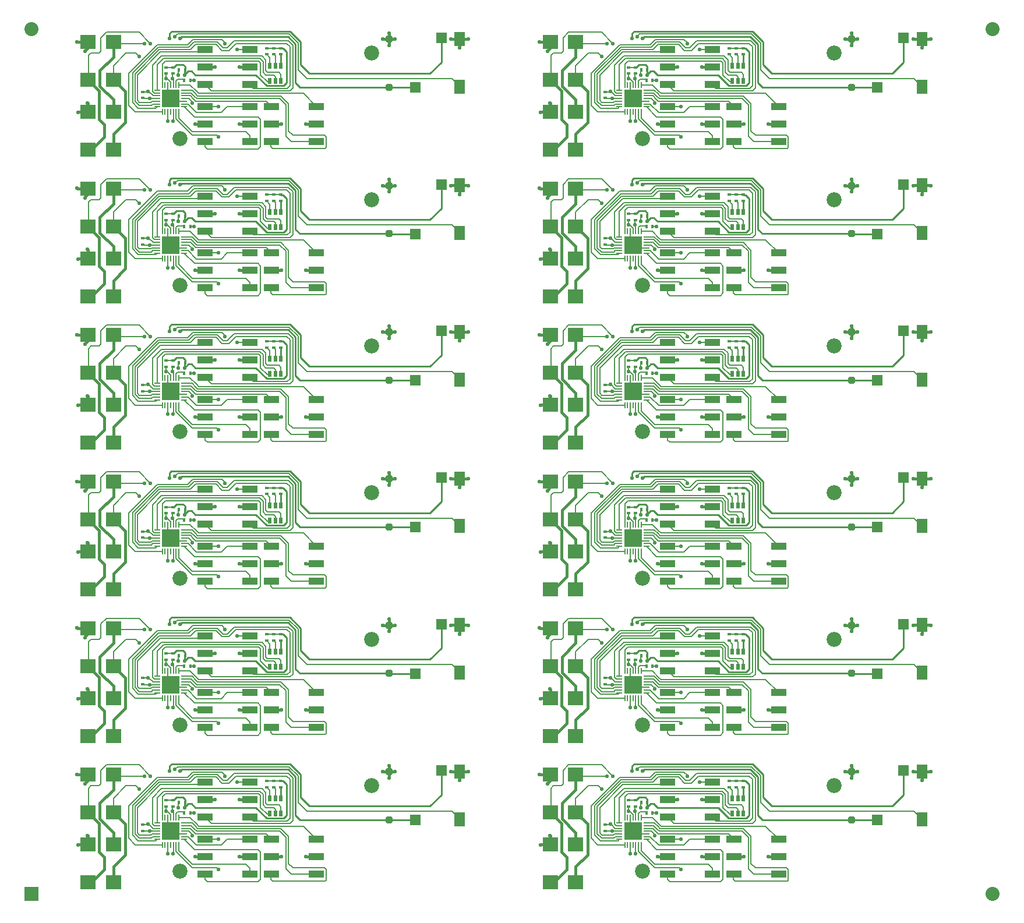
<source format=gtl>
G04 Layer_Physical_Order=1*
G04 Layer_Color=255*
%FSLAX24Y24*%
%MOIN*%
G70*
G01*
G75*
%ADD10C,0.0800*%
%ADD11R,0.0800X0.0800*%
G04:AMPARAMS|DCode=12|XSize=40mil|YSize=40mil|CornerRadius=10mil|HoleSize=0mil|Usage=FLASHONLY|Rotation=0.000|XOffset=0mil|YOffset=0mil|HoleType=Round|Shape=RoundedRectangle|*
%AMROUNDEDRECTD12*
21,1,0.0400,0.0200,0,0,0.0*
21,1,0.0200,0.0400,0,0,0.0*
1,1,0.0200,0.0100,-0.0100*
1,1,0.0200,-0.0100,-0.0100*
1,1,0.0200,-0.0100,0.0100*
1,1,0.0200,0.0100,0.0100*
%
%ADD12ROUNDEDRECTD12*%
%ADD13R,0.0866X0.0787*%
%ADD14R,0.0591X0.0787*%
%ADD15R,0.0591X0.0630*%
%ADD16R,0.0866X0.0394*%
%ADD17R,0.0217X0.0335*%
%ADD18R,0.0157X0.0236*%
%ADD19R,0.0236X0.0157*%
%ADD20O,0.0335X0.0079*%
%ADD21O,0.0079X0.0335*%
%ADD22R,0.1043X0.1043*%
%ADD23C,0.0080*%
%ADD24C,0.0100*%
%ADD25C,0.0150*%
%ADD26C,0.0220*%
%ADD27C,0.0197*%
%ADD28C,0.0860*%
D10*
X1969Y53445D02*
D03*
X56988D02*
D03*
Y3937D02*
D03*
D11*
X1969D02*
D03*
D12*
X22437Y10937D02*
D03*
Y8187D02*
D03*
X48896Y10937D02*
D03*
Y8187D02*
D03*
X22437Y19324D02*
D03*
Y16574D02*
D03*
X48896Y19324D02*
D03*
Y16574D02*
D03*
X22437Y27712D02*
D03*
Y24962D02*
D03*
X48896Y27712D02*
D03*
Y24962D02*
D03*
X22437Y36099D02*
D03*
Y33349D02*
D03*
X48896Y36099D02*
D03*
Y33349D02*
D03*
X22437Y44487D02*
D03*
Y41737D02*
D03*
X48896Y44487D02*
D03*
Y41737D02*
D03*
X22437Y52874D02*
D03*
Y50124D02*
D03*
X48896Y52874D02*
D03*
Y50124D02*
D03*
D13*
X5206Y6770D02*
D03*
X6663Y4604D02*
D03*
Y6770D02*
D03*
X5206Y4604D02*
D03*
Y10770D02*
D03*
X6663Y8604D02*
D03*
Y10770D02*
D03*
X5206Y8604D02*
D03*
X31665Y6770D02*
D03*
X33122Y4604D02*
D03*
Y6770D02*
D03*
X31665Y4604D02*
D03*
Y10770D02*
D03*
X33122Y8604D02*
D03*
Y10770D02*
D03*
X31665Y8604D02*
D03*
X5206Y15157D02*
D03*
X6663Y12992D02*
D03*
Y15157D02*
D03*
X5206Y12992D02*
D03*
Y19157D02*
D03*
X6663Y16992D02*
D03*
Y19157D02*
D03*
X5206Y16992D02*
D03*
X31665Y15157D02*
D03*
X33122Y12992D02*
D03*
Y15157D02*
D03*
X31665Y12992D02*
D03*
Y19157D02*
D03*
X33122Y16992D02*
D03*
Y19157D02*
D03*
X31665Y16992D02*
D03*
X5206Y23544D02*
D03*
X6663Y21379D02*
D03*
Y23544D02*
D03*
X5206Y21379D02*
D03*
Y27544D02*
D03*
X6663Y25379D02*
D03*
Y27544D02*
D03*
X5206Y25379D02*
D03*
X31665Y23544D02*
D03*
X33122Y21379D02*
D03*
Y23544D02*
D03*
X31665Y21379D02*
D03*
Y27544D02*
D03*
X33122Y25379D02*
D03*
Y27544D02*
D03*
X31665Y25379D02*
D03*
X5206Y31932D02*
D03*
X6663Y29767D02*
D03*
Y31932D02*
D03*
X5206Y29767D02*
D03*
Y35932D02*
D03*
X6663Y33767D02*
D03*
Y35932D02*
D03*
X5206Y33767D02*
D03*
X31665Y31932D02*
D03*
X33122Y29767D02*
D03*
Y31932D02*
D03*
X31665Y29767D02*
D03*
Y35932D02*
D03*
X33122Y33767D02*
D03*
Y35932D02*
D03*
X31665Y33767D02*
D03*
X5206Y40319D02*
D03*
X6663Y38154D02*
D03*
Y40319D02*
D03*
X5206Y38154D02*
D03*
Y44319D02*
D03*
X6663Y42154D02*
D03*
Y44319D02*
D03*
X5206Y42154D02*
D03*
X31665Y40319D02*
D03*
X33122Y38154D02*
D03*
Y40319D02*
D03*
X31665Y38154D02*
D03*
Y44319D02*
D03*
X33122Y42154D02*
D03*
Y44319D02*
D03*
X31665Y42154D02*
D03*
X5206Y48707D02*
D03*
X6663Y46541D02*
D03*
Y48707D02*
D03*
X5206Y46541D02*
D03*
Y52707D02*
D03*
X6663Y50541D02*
D03*
Y52707D02*
D03*
X5206Y50541D02*
D03*
X31665Y48707D02*
D03*
X33122Y46541D02*
D03*
Y48707D02*
D03*
X31665Y46541D02*
D03*
Y52707D02*
D03*
X33122Y50541D02*
D03*
Y52707D02*
D03*
X31665Y50541D02*
D03*
D14*
X26488Y10951D02*
D03*
Y8223D02*
D03*
X52947Y10951D02*
D03*
Y8223D02*
D03*
X26488Y19339D02*
D03*
Y16610D02*
D03*
X52947Y19339D02*
D03*
Y16610D02*
D03*
X26488Y27726D02*
D03*
Y24998D02*
D03*
X52947Y27726D02*
D03*
Y24998D02*
D03*
X26488Y36113D02*
D03*
Y33385D02*
D03*
X52947Y36113D02*
D03*
Y33385D02*
D03*
X26488Y44501D02*
D03*
Y41772D02*
D03*
X52947Y44501D02*
D03*
Y41772D02*
D03*
X26488Y52888D02*
D03*
Y50160D02*
D03*
X52947Y52888D02*
D03*
Y50160D02*
D03*
D15*
X23929Y8170D02*
D03*
X25425Y11004D02*
D03*
X50388Y8170D02*
D03*
X51884Y11004D02*
D03*
X23929Y16557D02*
D03*
X25425Y19392D02*
D03*
X50388Y16557D02*
D03*
X51884Y19392D02*
D03*
X23929Y24944D02*
D03*
X25425Y27779D02*
D03*
X50388Y24944D02*
D03*
X51884Y27779D02*
D03*
X23929Y33332D02*
D03*
X25425Y36167D02*
D03*
X50388Y33332D02*
D03*
X51884Y36167D02*
D03*
X23929Y41719D02*
D03*
X25425Y44554D02*
D03*
X50388Y41719D02*
D03*
X51884Y44554D02*
D03*
X23929Y50107D02*
D03*
X25425Y52941D02*
D03*
X50388Y50107D02*
D03*
X51884Y52941D02*
D03*
D16*
X11907Y7087D02*
D03*
X14467D02*
D03*
X11907Y6087D02*
D03*
X14467D02*
D03*
X11907Y5087D02*
D03*
X14467D02*
D03*
X15707Y7087D02*
D03*
X18267D02*
D03*
X15707Y6087D02*
D03*
X18267D02*
D03*
X15707Y5087D02*
D03*
X18267D02*
D03*
X11907Y10337D02*
D03*
X14467D02*
D03*
X11907Y9337D02*
D03*
X14467D02*
D03*
X11907Y8337D02*
D03*
X14467D02*
D03*
X38367Y7087D02*
D03*
X40926D02*
D03*
X38367Y6087D02*
D03*
X40926D02*
D03*
X38367Y5087D02*
D03*
X40926D02*
D03*
X42167Y7087D02*
D03*
X44726D02*
D03*
X42167Y6087D02*
D03*
X44726D02*
D03*
X42167Y5087D02*
D03*
X44726D02*
D03*
X38367Y10337D02*
D03*
X40926D02*
D03*
X38367Y9337D02*
D03*
X40926D02*
D03*
X38367Y8337D02*
D03*
X40926D02*
D03*
X11907Y15474D02*
D03*
X14467D02*
D03*
X11907Y14474D02*
D03*
X14467D02*
D03*
X11907Y13474D02*
D03*
X14467D02*
D03*
X15707Y15474D02*
D03*
X18267D02*
D03*
X15707Y14474D02*
D03*
X18267D02*
D03*
X15707Y13474D02*
D03*
X18267D02*
D03*
X11907Y18724D02*
D03*
X14467D02*
D03*
X11907Y17724D02*
D03*
X14467D02*
D03*
X11907Y16724D02*
D03*
X14467D02*
D03*
X38367Y15474D02*
D03*
X40926D02*
D03*
X38367Y14474D02*
D03*
X40926D02*
D03*
X38367Y13474D02*
D03*
X40926D02*
D03*
X42167Y15474D02*
D03*
X44726D02*
D03*
X42167Y14474D02*
D03*
X44726D02*
D03*
X42167Y13474D02*
D03*
X44726D02*
D03*
X38367Y18724D02*
D03*
X40926D02*
D03*
X38367Y17724D02*
D03*
X40926D02*
D03*
X38367Y16724D02*
D03*
X40926D02*
D03*
X11907Y23862D02*
D03*
X14467D02*
D03*
X11907Y22862D02*
D03*
X14467D02*
D03*
X11907Y21862D02*
D03*
X14467D02*
D03*
X15707Y23862D02*
D03*
X18267D02*
D03*
X15707Y22862D02*
D03*
X18267D02*
D03*
X15707Y21862D02*
D03*
X18267D02*
D03*
X11907Y27112D02*
D03*
X14467D02*
D03*
X11907Y26112D02*
D03*
X14467D02*
D03*
X11907Y25112D02*
D03*
X14467D02*
D03*
X38367Y23862D02*
D03*
X40926D02*
D03*
X38367Y22862D02*
D03*
X40926D02*
D03*
X38367Y21862D02*
D03*
X40926D02*
D03*
X42167Y23862D02*
D03*
X44726D02*
D03*
X42167Y22862D02*
D03*
X44726D02*
D03*
X42167Y21862D02*
D03*
X44726D02*
D03*
X38367Y27112D02*
D03*
X40926D02*
D03*
X38367Y26112D02*
D03*
X40926D02*
D03*
X38367Y25112D02*
D03*
X40926D02*
D03*
X11907Y32249D02*
D03*
X14467D02*
D03*
X11907Y31249D02*
D03*
X14467D02*
D03*
X11907Y30249D02*
D03*
X14467D02*
D03*
X15707Y32249D02*
D03*
X18267D02*
D03*
X15707Y31249D02*
D03*
X18267D02*
D03*
X15707Y30249D02*
D03*
X18267D02*
D03*
X11907Y35499D02*
D03*
X14467D02*
D03*
X11907Y34499D02*
D03*
X14467D02*
D03*
X11907Y33499D02*
D03*
X14467D02*
D03*
X38367Y32249D02*
D03*
X40926D02*
D03*
X38367Y31249D02*
D03*
X40926D02*
D03*
X38367Y30249D02*
D03*
X40926D02*
D03*
X42167Y32249D02*
D03*
X44726D02*
D03*
X42167Y31249D02*
D03*
X44726D02*
D03*
X42167Y30249D02*
D03*
X44726D02*
D03*
X38367Y35499D02*
D03*
X40926D02*
D03*
X38367Y34499D02*
D03*
X40926D02*
D03*
X38367Y33499D02*
D03*
X40926D02*
D03*
X11907Y40637D02*
D03*
X14467D02*
D03*
X11907Y39637D02*
D03*
X14467D02*
D03*
X11907Y38637D02*
D03*
X14467D02*
D03*
X15707Y40637D02*
D03*
X18267D02*
D03*
X15707Y39637D02*
D03*
X18267D02*
D03*
X15707Y38637D02*
D03*
X18267D02*
D03*
X11907Y43887D02*
D03*
X14467D02*
D03*
X11907Y42887D02*
D03*
X14467D02*
D03*
X11907Y41887D02*
D03*
X14467D02*
D03*
X38367Y40637D02*
D03*
X40926D02*
D03*
X38367Y39637D02*
D03*
X40926D02*
D03*
X38367Y38637D02*
D03*
X40926D02*
D03*
X42167Y40637D02*
D03*
X44726D02*
D03*
X42167Y39637D02*
D03*
X44726D02*
D03*
X42167Y38637D02*
D03*
X44726D02*
D03*
X38367Y43887D02*
D03*
X40926D02*
D03*
X38367Y42887D02*
D03*
X40926D02*
D03*
X38367Y41887D02*
D03*
X40926D02*
D03*
X11907Y49024D02*
D03*
X14467D02*
D03*
X11907Y48024D02*
D03*
X14467D02*
D03*
X11907Y47024D02*
D03*
X14467D02*
D03*
X15707Y49024D02*
D03*
X18267D02*
D03*
X15707Y48024D02*
D03*
X18267D02*
D03*
X15707Y47024D02*
D03*
X18267D02*
D03*
X11907Y52274D02*
D03*
X14467D02*
D03*
X11907Y51274D02*
D03*
X14467D02*
D03*
X11907Y50274D02*
D03*
X14467D02*
D03*
X38367Y49024D02*
D03*
X40926D02*
D03*
X38367Y48024D02*
D03*
X40926D02*
D03*
X38367Y47024D02*
D03*
X40926D02*
D03*
X42167Y49024D02*
D03*
X44726D02*
D03*
X42167Y48024D02*
D03*
X44726D02*
D03*
X42167Y47024D02*
D03*
X44726D02*
D03*
X38367Y52274D02*
D03*
X40926D02*
D03*
X38367Y51274D02*
D03*
X40926D02*
D03*
X38367Y50274D02*
D03*
X40926D02*
D03*
D17*
X15622Y9420D02*
D03*
X15937D02*
D03*
X16252D02*
D03*
Y8554D02*
D03*
X15937D02*
D03*
X15622D02*
D03*
X42081Y9420D02*
D03*
X42396D02*
D03*
X42711D02*
D03*
Y8554D02*
D03*
X42396D02*
D03*
X42081D02*
D03*
X15622Y17807D02*
D03*
X15937D02*
D03*
X16252D02*
D03*
Y16941D02*
D03*
X15937D02*
D03*
X15622D02*
D03*
X42081Y17807D02*
D03*
X42396D02*
D03*
X42711D02*
D03*
Y16941D02*
D03*
X42396D02*
D03*
X42081D02*
D03*
X15622Y26195D02*
D03*
X15937D02*
D03*
X16252D02*
D03*
Y25329D02*
D03*
X15937D02*
D03*
X15622D02*
D03*
X42081Y26195D02*
D03*
X42396D02*
D03*
X42711D02*
D03*
Y25329D02*
D03*
X42396D02*
D03*
X42081D02*
D03*
X15622Y34582D02*
D03*
X15937D02*
D03*
X16252D02*
D03*
Y33716D02*
D03*
X15937D02*
D03*
X15622D02*
D03*
X42081Y34582D02*
D03*
X42396D02*
D03*
X42711D02*
D03*
Y33716D02*
D03*
X42396D02*
D03*
X42081D02*
D03*
X15622Y42970D02*
D03*
X15937D02*
D03*
X16252D02*
D03*
Y42104D02*
D03*
X15937D02*
D03*
X15622D02*
D03*
X42081Y42970D02*
D03*
X42396D02*
D03*
X42711D02*
D03*
Y42104D02*
D03*
X42396D02*
D03*
X42081D02*
D03*
X15622Y51357D02*
D03*
X15937D02*
D03*
X16252D02*
D03*
Y50491D02*
D03*
X15937D02*
D03*
X15622D02*
D03*
X42081Y51357D02*
D03*
X42396D02*
D03*
X42711D02*
D03*
Y50491D02*
D03*
X42396D02*
D03*
X42081D02*
D03*
D18*
X10710Y8587D02*
D03*
X11064D02*
D03*
X10410Y9187D02*
D03*
X10764D02*
D03*
X37169Y8587D02*
D03*
X37523D02*
D03*
X36869Y9187D02*
D03*
X37223D02*
D03*
X10710Y16974D02*
D03*
X11064D02*
D03*
X10410Y17574D02*
D03*
X10764D02*
D03*
X37169Y16974D02*
D03*
X37523D02*
D03*
X36869Y17574D02*
D03*
X37223D02*
D03*
X10710Y25362D02*
D03*
X11064D02*
D03*
X10410Y25962D02*
D03*
X10764D02*
D03*
X37169Y25362D02*
D03*
X37523D02*
D03*
X36869Y25962D02*
D03*
X37223D02*
D03*
X10710Y33749D02*
D03*
X11064D02*
D03*
X10410Y34349D02*
D03*
X10764D02*
D03*
X37169Y33749D02*
D03*
X37523D02*
D03*
X36869Y34349D02*
D03*
X37223D02*
D03*
X10710Y42137D02*
D03*
X11064D02*
D03*
X10410Y42737D02*
D03*
X10764D02*
D03*
X37169Y42137D02*
D03*
X37523D02*
D03*
X36869Y42737D02*
D03*
X37223D02*
D03*
X10710Y50524D02*
D03*
X11064D02*
D03*
X10410Y51124D02*
D03*
X10764D02*
D03*
X37169Y50524D02*
D03*
X37523D02*
D03*
X36869Y51124D02*
D03*
X37223D02*
D03*
D19*
X15437Y10060D02*
D03*
Y10414D02*
D03*
X15837Y10060D02*
D03*
Y10414D02*
D03*
X16237Y10060D02*
D03*
Y10414D02*
D03*
X9687Y8960D02*
D03*
Y9314D02*
D03*
X10087Y8960D02*
D03*
Y9314D02*
D03*
X8337Y7914D02*
D03*
Y7560D02*
D03*
X41896Y10060D02*
D03*
Y10414D02*
D03*
X42296Y10060D02*
D03*
Y10414D02*
D03*
X42696Y10060D02*
D03*
Y10414D02*
D03*
X36146Y8960D02*
D03*
Y9314D02*
D03*
X36546Y8960D02*
D03*
Y9314D02*
D03*
X34796Y7914D02*
D03*
Y7560D02*
D03*
X15437Y18447D02*
D03*
Y18802D02*
D03*
X15837Y18447D02*
D03*
Y18802D02*
D03*
X16237Y18447D02*
D03*
Y18802D02*
D03*
X9687Y17347D02*
D03*
Y17702D02*
D03*
X10087Y17347D02*
D03*
Y17702D02*
D03*
X8337Y16302D02*
D03*
Y15947D02*
D03*
X41896Y18447D02*
D03*
Y18802D02*
D03*
X42296Y18447D02*
D03*
Y18802D02*
D03*
X42696Y18447D02*
D03*
Y18802D02*
D03*
X36146Y17347D02*
D03*
Y17702D02*
D03*
X36546Y17347D02*
D03*
Y17702D02*
D03*
X34796Y16302D02*
D03*
Y15947D02*
D03*
X15437Y26835D02*
D03*
Y27189D02*
D03*
X15837Y26835D02*
D03*
Y27189D02*
D03*
X16237Y26835D02*
D03*
Y27189D02*
D03*
X9687Y25735D02*
D03*
Y26089D02*
D03*
X10087Y25735D02*
D03*
Y26089D02*
D03*
X8337Y24689D02*
D03*
Y24335D02*
D03*
X41896Y26835D02*
D03*
Y27189D02*
D03*
X42296Y26835D02*
D03*
Y27189D02*
D03*
X42696Y26835D02*
D03*
Y27189D02*
D03*
X36146Y25735D02*
D03*
Y26089D02*
D03*
X36546Y25735D02*
D03*
Y26089D02*
D03*
X34796Y24689D02*
D03*
Y24335D02*
D03*
X15437Y35222D02*
D03*
Y35576D02*
D03*
X15837Y35222D02*
D03*
Y35576D02*
D03*
X16237Y35222D02*
D03*
Y35576D02*
D03*
X9687Y34122D02*
D03*
Y34476D02*
D03*
X10087Y34122D02*
D03*
Y34476D02*
D03*
X8337Y33076D02*
D03*
Y32722D02*
D03*
X41896Y35222D02*
D03*
Y35576D02*
D03*
X42296Y35222D02*
D03*
Y35576D02*
D03*
X42696Y35222D02*
D03*
Y35576D02*
D03*
X36146Y34122D02*
D03*
Y34476D02*
D03*
X36546Y34122D02*
D03*
Y34476D02*
D03*
X34796Y33076D02*
D03*
Y32722D02*
D03*
X15437Y43609D02*
D03*
Y43964D02*
D03*
X15837Y43609D02*
D03*
Y43964D02*
D03*
X16237Y43609D02*
D03*
Y43964D02*
D03*
X9687Y42509D02*
D03*
Y42864D02*
D03*
X10087Y42509D02*
D03*
Y42864D02*
D03*
X8337Y41464D02*
D03*
Y41109D02*
D03*
X41896Y43609D02*
D03*
Y43964D02*
D03*
X42296Y43609D02*
D03*
Y43964D02*
D03*
X42696Y43609D02*
D03*
Y43964D02*
D03*
X36146Y42509D02*
D03*
Y42864D02*
D03*
X36546Y42509D02*
D03*
Y42864D02*
D03*
X34796Y41464D02*
D03*
Y41109D02*
D03*
X15437Y51997D02*
D03*
Y52351D02*
D03*
X15837Y51997D02*
D03*
Y52351D02*
D03*
X16237Y51997D02*
D03*
Y52351D02*
D03*
X9687Y50897D02*
D03*
Y51251D02*
D03*
X10087Y50897D02*
D03*
Y51251D02*
D03*
X8337Y49851D02*
D03*
Y49497D02*
D03*
X41896Y51997D02*
D03*
Y52351D02*
D03*
X42296Y51997D02*
D03*
Y52351D02*
D03*
X42696Y51997D02*
D03*
Y52351D02*
D03*
X36146Y50897D02*
D03*
Y51251D02*
D03*
X36546Y50897D02*
D03*
Y51251D02*
D03*
X34796Y49851D02*
D03*
Y49497D02*
D03*
D20*
X9159Y8009D02*
D03*
Y7852D02*
D03*
Y7694D02*
D03*
Y7537D02*
D03*
Y7380D02*
D03*
Y7222D02*
D03*
Y7065D02*
D03*
X10715D02*
D03*
Y7222D02*
D03*
Y7380D02*
D03*
Y7537D02*
D03*
Y7694D02*
D03*
Y7852D02*
D03*
Y8009D02*
D03*
X35619D02*
D03*
Y7852D02*
D03*
Y7694D02*
D03*
Y7537D02*
D03*
Y7380D02*
D03*
Y7222D02*
D03*
Y7065D02*
D03*
X37174D02*
D03*
Y7222D02*
D03*
Y7380D02*
D03*
Y7537D02*
D03*
Y7694D02*
D03*
Y7852D02*
D03*
Y8009D02*
D03*
X9159Y16397D02*
D03*
Y16239D02*
D03*
Y16082D02*
D03*
Y15924D02*
D03*
Y15767D02*
D03*
Y15609D02*
D03*
Y15452D02*
D03*
X10715D02*
D03*
Y15609D02*
D03*
Y15767D02*
D03*
Y15924D02*
D03*
Y16082D02*
D03*
Y16239D02*
D03*
Y16397D02*
D03*
X35619D02*
D03*
Y16239D02*
D03*
Y16082D02*
D03*
Y15924D02*
D03*
Y15767D02*
D03*
Y15609D02*
D03*
Y15452D02*
D03*
X37174D02*
D03*
Y15609D02*
D03*
Y15767D02*
D03*
Y15924D02*
D03*
Y16082D02*
D03*
Y16239D02*
D03*
Y16397D02*
D03*
X9159Y24784D02*
D03*
Y24627D02*
D03*
Y24469D02*
D03*
Y24312D02*
D03*
Y24154D02*
D03*
Y23997D02*
D03*
Y23839D02*
D03*
X10715D02*
D03*
Y23997D02*
D03*
Y24154D02*
D03*
Y24312D02*
D03*
Y24469D02*
D03*
Y24627D02*
D03*
Y24784D02*
D03*
X35619D02*
D03*
Y24627D02*
D03*
Y24469D02*
D03*
Y24312D02*
D03*
Y24154D02*
D03*
Y23997D02*
D03*
Y23839D02*
D03*
X37174D02*
D03*
Y23997D02*
D03*
Y24154D02*
D03*
Y24312D02*
D03*
Y24469D02*
D03*
Y24627D02*
D03*
Y24784D02*
D03*
X9159Y33172D02*
D03*
Y33014D02*
D03*
Y32857D02*
D03*
Y32699D02*
D03*
Y32542D02*
D03*
Y32384D02*
D03*
Y32227D02*
D03*
X10715D02*
D03*
Y32384D02*
D03*
Y32542D02*
D03*
Y32699D02*
D03*
Y32857D02*
D03*
Y33014D02*
D03*
Y33172D02*
D03*
X35619D02*
D03*
Y33014D02*
D03*
Y32857D02*
D03*
Y32699D02*
D03*
Y32542D02*
D03*
Y32384D02*
D03*
Y32227D02*
D03*
X37174D02*
D03*
Y32384D02*
D03*
Y32542D02*
D03*
Y32699D02*
D03*
Y32857D02*
D03*
Y33014D02*
D03*
Y33172D02*
D03*
X9159Y41559D02*
D03*
Y41402D02*
D03*
Y41244D02*
D03*
Y41087D02*
D03*
Y40929D02*
D03*
Y40772D02*
D03*
Y40614D02*
D03*
X10715D02*
D03*
Y40772D02*
D03*
Y40929D02*
D03*
Y41087D02*
D03*
Y41244D02*
D03*
Y41402D02*
D03*
Y41559D02*
D03*
X35619D02*
D03*
Y41402D02*
D03*
Y41244D02*
D03*
Y41087D02*
D03*
Y40929D02*
D03*
Y40772D02*
D03*
Y40614D02*
D03*
X37174D02*
D03*
Y40772D02*
D03*
Y40929D02*
D03*
Y41087D02*
D03*
Y41244D02*
D03*
Y41402D02*
D03*
Y41559D02*
D03*
X9159Y49946D02*
D03*
Y49789D02*
D03*
Y49632D02*
D03*
Y49474D02*
D03*
Y49317D02*
D03*
Y49159D02*
D03*
Y49002D02*
D03*
X10715D02*
D03*
Y49159D02*
D03*
Y49317D02*
D03*
Y49474D02*
D03*
Y49632D02*
D03*
Y49789D02*
D03*
Y49946D02*
D03*
X35619D02*
D03*
Y49789D02*
D03*
Y49632D02*
D03*
Y49474D02*
D03*
Y49317D02*
D03*
Y49159D02*
D03*
Y49002D02*
D03*
X37174D02*
D03*
Y49159D02*
D03*
Y49317D02*
D03*
Y49474D02*
D03*
Y49632D02*
D03*
Y49789D02*
D03*
Y49946D02*
D03*
D21*
X9465Y6759D02*
D03*
X9622D02*
D03*
X9780D02*
D03*
X9937D02*
D03*
X10094D02*
D03*
X10252D02*
D03*
X10409D02*
D03*
Y8315D02*
D03*
X10252D02*
D03*
X10094D02*
D03*
X9937D02*
D03*
X9780D02*
D03*
X9622D02*
D03*
X9465D02*
D03*
X35924Y6759D02*
D03*
X36081D02*
D03*
X36239D02*
D03*
X36396D02*
D03*
X36554D02*
D03*
X36711D02*
D03*
X36869D02*
D03*
Y8315D02*
D03*
X36711D02*
D03*
X36554D02*
D03*
X36396D02*
D03*
X36239D02*
D03*
X36081D02*
D03*
X35924D02*
D03*
X9465Y15147D02*
D03*
X9622D02*
D03*
X9780D02*
D03*
X9937D02*
D03*
X10094D02*
D03*
X10252D02*
D03*
X10409D02*
D03*
Y16702D02*
D03*
X10252D02*
D03*
X10094D02*
D03*
X9937D02*
D03*
X9780D02*
D03*
X9622D02*
D03*
X9465D02*
D03*
X35924Y15147D02*
D03*
X36081D02*
D03*
X36239D02*
D03*
X36396D02*
D03*
X36554D02*
D03*
X36711D02*
D03*
X36869D02*
D03*
Y16702D02*
D03*
X36711D02*
D03*
X36554D02*
D03*
X36396D02*
D03*
X36239D02*
D03*
X36081D02*
D03*
X35924D02*
D03*
X9465Y23534D02*
D03*
X9622D02*
D03*
X9780D02*
D03*
X9937D02*
D03*
X10094D02*
D03*
X10252D02*
D03*
X10409D02*
D03*
Y25089D02*
D03*
X10252D02*
D03*
X10094D02*
D03*
X9937D02*
D03*
X9780D02*
D03*
X9622D02*
D03*
X9465D02*
D03*
X35924Y23534D02*
D03*
X36081D02*
D03*
X36239D02*
D03*
X36396D02*
D03*
X36554D02*
D03*
X36711D02*
D03*
X36869D02*
D03*
Y25089D02*
D03*
X36711D02*
D03*
X36554D02*
D03*
X36396D02*
D03*
X36239D02*
D03*
X36081D02*
D03*
X35924D02*
D03*
X9465Y31922D02*
D03*
X9622D02*
D03*
X9780D02*
D03*
X9937D02*
D03*
X10094D02*
D03*
X10252D02*
D03*
X10409D02*
D03*
Y33477D02*
D03*
X10252D02*
D03*
X10094D02*
D03*
X9937D02*
D03*
X9780D02*
D03*
X9622D02*
D03*
X9465D02*
D03*
X35924Y31922D02*
D03*
X36081D02*
D03*
X36239D02*
D03*
X36396D02*
D03*
X36554D02*
D03*
X36711D02*
D03*
X36869D02*
D03*
Y33477D02*
D03*
X36711D02*
D03*
X36554D02*
D03*
X36396D02*
D03*
X36239D02*
D03*
X36081D02*
D03*
X35924D02*
D03*
X9465Y40309D02*
D03*
X9622D02*
D03*
X9780D02*
D03*
X9937D02*
D03*
X10094D02*
D03*
X10252D02*
D03*
X10409D02*
D03*
Y41864D02*
D03*
X10252D02*
D03*
X10094D02*
D03*
X9937D02*
D03*
X9780D02*
D03*
X9622D02*
D03*
X9465D02*
D03*
X35924Y40309D02*
D03*
X36081D02*
D03*
X36239D02*
D03*
X36396D02*
D03*
X36554D02*
D03*
X36711D02*
D03*
X36869D02*
D03*
Y41864D02*
D03*
X36711D02*
D03*
X36554D02*
D03*
X36396D02*
D03*
X36239D02*
D03*
X36081D02*
D03*
X35924D02*
D03*
X9465Y48696D02*
D03*
X9622D02*
D03*
X9780D02*
D03*
X9937D02*
D03*
X10094D02*
D03*
X10252D02*
D03*
X10409D02*
D03*
Y50252D02*
D03*
X10252D02*
D03*
X10094D02*
D03*
X9937D02*
D03*
X9780D02*
D03*
X9622D02*
D03*
X9465D02*
D03*
X35924Y48696D02*
D03*
X36081D02*
D03*
X36239D02*
D03*
X36396D02*
D03*
X36554D02*
D03*
X36711D02*
D03*
X36869D02*
D03*
Y50252D02*
D03*
X36711D02*
D03*
X36554D02*
D03*
X36396D02*
D03*
X36239D02*
D03*
X36081D02*
D03*
X35924D02*
D03*
D22*
X9937Y7537D02*
D03*
X36396D02*
D03*
X9937Y15924D02*
D03*
X36396D02*
D03*
X9937Y24312D02*
D03*
X36396D02*
D03*
X9937Y32699D02*
D03*
X36396D02*
D03*
X9937Y41087D02*
D03*
X36396D02*
D03*
X9937Y49474D02*
D03*
X36396D02*
D03*
D23*
X9780Y7694D02*
Y8315D01*
X10094Y7380D02*
X10715D01*
X10327Y11227D02*
X16721D01*
X10187Y11087D02*
X10327Y11227D01*
X10987Y7537D02*
X11237Y7287D01*
X11187Y7237D02*
X11237Y7287D01*
X8337Y7537D02*
X8737D01*
X15437Y10060D02*
X15622Y9875D01*
Y9420D02*
Y9875D01*
X15837Y10060D02*
X15937Y9960D01*
Y9420D02*
Y9960D01*
X15837Y10414D02*
X16237D01*
X15487D02*
X15837D01*
X16587Y10687D02*
X16765Y10509D01*
X16617Y8117D02*
X16765Y8265D01*
Y10509D01*
X14686Y8117D02*
X16617D01*
X12267Y7977D02*
X16777D01*
X11538Y7827D02*
X17527D01*
X11480Y7687D02*
X16235D01*
X14467Y8337D02*
X14686Y8117D01*
X11907Y8337D02*
X12267Y7977D01*
X11428Y7937D02*
X11538Y7827D01*
X11370Y7797D02*
X11480Y7687D01*
X15937Y9370D02*
Y9420D01*
X15622Y9370D02*
Y9420D01*
X15470Y8504D02*
X15622D01*
X15937Y8554D02*
Y8787D01*
X16252Y8554D02*
Y8922D01*
Y9370D02*
Y9420D01*
X16777Y7977D02*
X16937Y8137D01*
X11432Y7537D02*
X16187D01*
X11312Y7657D02*
X11432Y7537D01*
X15407Y7387D02*
X15707Y7087D01*
X11384Y7387D02*
X15407D01*
X16187Y7537D02*
X16537Y7187D01*
X16235Y7687D02*
X16677Y7245D01*
X15087Y8887D02*
X15470Y8504D01*
X9637Y9687D02*
X14987D01*
X9527Y9827D02*
X15045D01*
X9417Y9967D02*
X15157D01*
X9347Y10197D02*
X11817D01*
X5387Y10137D02*
X5837D01*
X5244Y9994D02*
X5387Y10137D01*
X5244Y8642D02*
Y9994D01*
X5937Y10237D02*
Y11012D01*
X5837Y10137D02*
X5937Y10237D01*
X10387Y8887D02*
Y9164D01*
X5206Y8604D02*
X5244Y8642D01*
X5937Y11012D02*
X6262Y11337D01*
X8137D01*
X8787Y10687D01*
X6663Y10770D02*
X6746Y10687D01*
X8437D01*
X6663Y8604D02*
Y9413D01*
X7387Y10137D01*
X7937D01*
X8137Y9937D01*
X7537Y8987D02*
X9167Y10617D01*
X7757Y9003D02*
X9231Y10477D01*
X7897Y8945D02*
X9289Y10337D01*
X7897Y7379D02*
Y8945D01*
X8037Y8887D02*
X9347Y10197D01*
X8037Y7437D02*
Y8887D01*
X12860Y10914D02*
X13037Y10737D01*
X11214Y10914D02*
X12860D01*
X10917Y10617D02*
X11214Y10914D01*
X12598Y10774D02*
X12935Y10437D01*
X11274Y10774D02*
X12598D01*
X10977Y10477D02*
X11274Y10774D01*
X12540Y10634D02*
X12887Y10287D01*
X11384Y10634D02*
X12540D01*
X11087Y10337D02*
X11384Y10634D01*
X9289Y10337D02*
X11087D01*
X9231Y10477D02*
X10977D01*
X9167Y10617D02*
X10917D01*
X16721Y11227D02*
X17237Y10711D01*
X12935Y10437D02*
X13187D01*
X12887Y10287D02*
X13287D01*
X11817Y10197D02*
X11907Y10287D01*
X17237Y9187D02*
X17737Y8687D01*
X17237Y9187D02*
Y10711D01*
X13037Y10687D02*
Y10737D01*
X13587Y10837D02*
X16687D01*
X13187Y10437D02*
X13587Y10837D01*
X13687Y10687D02*
X16587D01*
X13287Y10287D02*
X13687Y10687D01*
X17737Y8687D02*
X26024D01*
X16937Y8137D02*
Y10587D01*
X26024Y8687D02*
X26488Y8223D01*
X16687Y10837D02*
X16937Y10587D01*
X10387Y9164D02*
X10410Y9187D01*
X10337Y8637D02*
X10660D01*
X10252Y8552D02*
X10337Y8637D01*
X9465Y9515D02*
X9637Y9687D01*
X14987D02*
X15087Y9587D01*
X9159Y9459D02*
X9527Y9827D01*
X15045D02*
X15227Y9645D01*
X8892Y9442D02*
X9417Y9967D01*
X15157D02*
X15387Y9737D01*
X9687Y9314D02*
X10087D01*
X10037Y8910D02*
X10087Y8960D01*
X10037Y8687D02*
Y8910D01*
X9687Y8687D02*
Y8960D01*
X9465Y8315D02*
Y9515D01*
X9159Y8009D02*
Y9459D01*
X10037Y8687D02*
X10094Y8630D01*
Y8315D02*
Y8630D01*
X9687Y8687D02*
X9737D01*
X9937Y8487D01*
Y8315D02*
Y8487D01*
X9780Y7694D02*
X9937Y7537D01*
X8614Y7914D02*
X8637Y7937D01*
X8337Y7914D02*
X8614D01*
X11064Y8587D02*
X11287D01*
X10409Y8315D02*
X11050D01*
X11428Y7937D02*
X11428D01*
X11050Y8315D02*
X11428Y7937D01*
X11370Y7797D02*
X11370D01*
X11157Y8009D02*
X11370Y7797D01*
X10715Y8009D02*
X11157D01*
X11312Y7657D02*
X11312D01*
X11117Y7852D02*
X11312Y7657D01*
X10715Y7852D02*
X11117D01*
X11254Y7517D02*
X11384Y7387D01*
X11254Y7517D02*
X11254D01*
X11076Y7694D02*
X11254Y7517D01*
X10715Y7694D02*
X11076D01*
X11187Y7237D02*
Y7287D01*
X10927Y7222D02*
X11412Y6737D01*
X10715Y7222D02*
X10927D01*
X10715Y7537D02*
X10987D01*
X11412Y6737D02*
X12837D01*
X13737Y10337D02*
X14467D01*
X7537Y7137D02*
Y8987D01*
Y7137D02*
X7915Y6759D01*
X9465D01*
X9082Y6987D02*
X9159Y7065D01*
X8087Y6987D02*
X9082D01*
X7757Y7317D02*
X8087Y6987D01*
X7757Y7317D02*
Y9003D01*
X17527Y7827D02*
X18267Y7087D01*
X16687Y5687D02*
Y7187D01*
X16677Y7197D02*
X16687Y7187D01*
X16677Y7197D02*
Y7245D01*
X16537Y5387D02*
Y7187D01*
X15087Y8887D02*
Y9587D01*
X15227Y9037D02*
Y9645D01*
Y9037D02*
X15377Y8887D01*
X15837D01*
X15937Y8787D01*
X15387Y9137D02*
Y9737D01*
X16137Y9037D02*
X16252Y8922D01*
X15487Y9037D02*
X16137D01*
X15387Y9137D02*
X15487Y9037D01*
X7897Y7379D02*
X8139Y7137D01*
X8837D01*
X8922Y7222D01*
X9159D01*
X8037Y7437D02*
X8155Y7319D01*
X8816D01*
X8877Y7380D01*
X9159D01*
X8737Y7537D02*
X9159D01*
X8892Y7952D02*
X8992Y7852D01*
X8892Y7952D02*
Y9442D01*
X8992Y7852D02*
X9159D01*
X8930Y7694D02*
X9159D01*
X8687Y7937D02*
X8930Y7694D01*
X8637Y7937D02*
X8687D01*
X9780Y6244D02*
X9787Y6237D01*
X9780Y6244D02*
Y6759D01*
X10087Y6237D02*
X10094Y6244D01*
Y6759D01*
X10252Y6374D02*
X11189Y5437D01*
X10252Y6374D02*
Y6759D01*
X10409Y6415D02*
X11187Y5637D01*
X10409Y6415D02*
Y6759D01*
X11907Y7087D02*
X12687D01*
X12587Y5437D02*
X12687Y5337D01*
X11189Y5437D02*
X12587D01*
X14467Y5087D02*
Y5407D01*
X14237Y5637D02*
X14467Y5407D01*
X11187Y5637D02*
X14237D01*
X11907Y4767D02*
Y5087D01*
Y4767D02*
X12037Y4637D01*
X14937D01*
X15087Y4787D01*
Y6337D01*
X14937Y6487D02*
X15087Y6337D01*
X11292Y6487D02*
X14937D01*
X10715Y7065D02*
X11292Y6487D01*
X13187Y7087D02*
X14467D01*
X12837Y6737D02*
X13187Y7087D01*
X9937Y7537D02*
X10094Y7380D01*
X16537Y5387D02*
X16837Y5087D01*
X18267D01*
X15687Y5067D02*
X15707Y5087D01*
X15687Y4787D02*
Y5067D01*
Y4787D02*
X15787Y4687D01*
X18787D01*
X18828Y4728D01*
Y5337D01*
X18728Y5437D02*
X18828Y5337D01*
X16937Y5437D02*
X18728D01*
X16687Y5687D02*
X16937Y5437D01*
X10660Y8637D02*
X10710Y8587D01*
X10252Y8315D02*
Y8552D01*
X36239Y7694D02*
Y8315D01*
X36554Y7380D02*
X37174D01*
X36786Y11227D02*
X43180D01*
X36646Y11087D02*
X36786Y11227D01*
X37446Y7537D02*
X37696Y7287D01*
X37646Y7237D02*
X37696Y7287D01*
X34796Y7537D02*
X35196D01*
X41896Y10060D02*
X42081Y9875D01*
Y9420D02*
Y9875D01*
X42296Y10060D02*
X42396Y9960D01*
Y9420D02*
Y9960D01*
X42296Y10414D02*
X42696D01*
X41946D02*
X42296D01*
X43046Y10687D02*
X43224Y10509D01*
X43076Y8117D02*
X43224Y8265D01*
Y10509D01*
X41145Y8117D02*
X43076D01*
X38726Y7977D02*
X43236D01*
X37997Y7827D02*
X43986D01*
X37939Y7687D02*
X42694D01*
X40926Y8337D02*
X41145Y8117D01*
X38367Y8337D02*
X38726Y7977D01*
X37887Y7937D02*
X37997Y7827D01*
X37829Y7797D02*
X37939Y7687D01*
X42396Y9370D02*
Y9420D01*
X42081Y9370D02*
Y9420D01*
X41929Y8504D02*
X42081D01*
X42396Y8554D02*
Y8787D01*
X42711Y8554D02*
Y8922D01*
Y9370D02*
Y9420D01*
X43236Y7977D02*
X43396Y8137D01*
X37891Y7537D02*
X42646D01*
X37771Y7657D02*
X37891Y7537D01*
X41867Y7387D02*
X42167Y7087D01*
X37843Y7387D02*
X41867D01*
X42646Y7537D02*
X42996Y7187D01*
X42694Y7687D02*
X43136Y7245D01*
X41546Y8887D02*
X41929Y8504D01*
X36096Y9687D02*
X41446D01*
X35986Y9827D02*
X41504D01*
X35876Y9967D02*
X41616D01*
X35806Y10197D02*
X38277D01*
X31846Y10137D02*
X32296D01*
X31703Y9994D02*
X31846Y10137D01*
X31703Y8642D02*
Y9994D01*
X32396Y10237D02*
Y11012D01*
X32296Y10137D02*
X32396Y10237D01*
X36846Y8887D02*
Y9164D01*
X31665Y8604D02*
X31703Y8642D01*
X32396Y11012D02*
X32721Y11337D01*
X34596D01*
X35246Y10687D01*
X33122Y10770D02*
X33205Y10687D01*
X34896D01*
X33122Y8604D02*
Y9413D01*
X33846Y10137D01*
X34396D01*
X34596Y9937D01*
X33996Y8987D02*
X35626Y10617D01*
X34216Y9003D02*
X35690Y10477D01*
X34356Y8945D02*
X35748Y10337D01*
X34356Y7379D02*
Y8945D01*
X34496Y8887D02*
X35806Y10197D01*
X34496Y7437D02*
Y8887D01*
X39319Y10914D02*
X39496Y10737D01*
X37673Y10914D02*
X39319D01*
X37376Y10617D02*
X37673Y10914D01*
X39057Y10774D02*
X39394Y10437D01*
X37733Y10774D02*
X39057D01*
X37436Y10477D02*
X37733Y10774D01*
X38999Y10634D02*
X39346Y10287D01*
X37843Y10634D02*
X38999D01*
X37546Y10337D02*
X37843Y10634D01*
X35748Y10337D02*
X37546D01*
X35690Y10477D02*
X37436D01*
X35626Y10617D02*
X37376D01*
X43180Y11227D02*
X43696Y10711D01*
X39394Y10437D02*
X39646D01*
X39346Y10287D02*
X39746D01*
X38277Y10197D02*
X38367Y10287D01*
X43696Y9187D02*
X44196Y8687D01*
X43696Y9187D02*
Y10711D01*
X39496Y10687D02*
Y10737D01*
X40046Y10837D02*
X43146D01*
X39646Y10437D02*
X40046Y10837D01*
X40146Y10687D02*
X43046D01*
X39746Y10287D02*
X40146Y10687D01*
X44196Y8687D02*
X52483D01*
X43396Y8137D02*
Y10587D01*
X52483Y8687D02*
X52947Y8223D01*
X43146Y10837D02*
X43396Y10587D01*
X36846Y9164D02*
X36869Y9187D01*
X36796Y8637D02*
X37119D01*
X36711Y8552D02*
X36796Y8637D01*
X35924Y9515D02*
X36096Y9687D01*
X41446D02*
X41546Y9587D01*
X35619Y9459D02*
X35986Y9827D01*
X41504D02*
X41686Y9645D01*
X35351Y9442D02*
X35876Y9967D01*
X41616D02*
X41846Y9737D01*
X36146Y9314D02*
X36546D01*
X36496Y8910D02*
X36546Y8960D01*
X36496Y8687D02*
Y8910D01*
X36146Y8687D02*
Y8960D01*
X35924Y8315D02*
Y9515D01*
X35619Y8009D02*
Y9459D01*
X36496Y8687D02*
X36554Y8630D01*
Y8315D02*
Y8630D01*
X36146Y8687D02*
X36196D01*
X36396Y8487D01*
Y8315D02*
Y8487D01*
X36239Y7694D02*
X36396Y7537D01*
X35073Y7914D02*
X35096Y7937D01*
X34796Y7914D02*
X35073D01*
X37523Y8587D02*
X37746D01*
X36869Y8315D02*
X37509D01*
X37887Y7937D02*
X37887D01*
X37509Y8315D02*
X37887Y7937D01*
X37829Y7797D02*
X37829D01*
X37616Y8009D02*
X37829Y7797D01*
X37174Y8009D02*
X37616D01*
X37771Y7657D02*
X37771D01*
X37576Y7852D02*
X37771Y7657D01*
X37174Y7852D02*
X37576D01*
X37713Y7517D02*
X37843Y7387D01*
X37713Y7517D02*
X37713D01*
X37535Y7694D02*
X37713Y7517D01*
X37174Y7694D02*
X37535D01*
X37646Y7237D02*
Y7287D01*
X37386Y7222D02*
X37871Y6737D01*
X37174Y7222D02*
X37386D01*
X37174Y7537D02*
X37446D01*
X37871Y6737D02*
X39296D01*
X40196Y10337D02*
X40926D01*
X33996Y7137D02*
Y8987D01*
Y7137D02*
X34374Y6759D01*
X35924D01*
X35541Y6987D02*
X35619Y7065D01*
X34546Y6987D02*
X35541D01*
X34216Y7317D02*
X34546Y6987D01*
X34216Y7317D02*
Y9003D01*
X43986Y7827D02*
X44726Y7087D01*
X43146Y5687D02*
Y7187D01*
X43136Y7197D02*
X43146Y7187D01*
X43136Y7197D02*
Y7245D01*
X42996Y5387D02*
Y7187D01*
X41546Y8887D02*
Y9587D01*
X41686Y9037D02*
Y9645D01*
Y9037D02*
X41836Y8887D01*
X42296D01*
X42396Y8787D01*
X41846Y9137D02*
Y9737D01*
X42596Y9037D02*
X42711Y8922D01*
X41946Y9037D02*
X42596D01*
X41846Y9137D02*
X41946Y9037D01*
X34356Y7379D02*
X34598Y7137D01*
X35296D01*
X35381Y7222D01*
X35619D01*
X34496Y7437D02*
X34614Y7319D01*
X35275D01*
X35336Y7380D01*
X35619D01*
X35196Y7537D02*
X35619D01*
X35351Y7952D02*
X35451Y7852D01*
X35351Y7952D02*
Y9442D01*
X35451Y7852D02*
X35619D01*
X35389Y7694D02*
X35619D01*
X35146Y7937D02*
X35389Y7694D01*
X35096Y7937D02*
X35146D01*
X36239Y6244D02*
X36246Y6237D01*
X36239Y6244D02*
Y6759D01*
X36546Y6237D02*
X36554Y6244D01*
Y6759D01*
X36711Y6374D02*
X37648Y5437D01*
X36711Y6374D02*
Y6759D01*
X36869Y6415D02*
X37646Y5637D01*
X36869Y6415D02*
Y6759D01*
X38367Y7087D02*
X39146D01*
X39046Y5437D02*
X39146Y5337D01*
X37648Y5437D02*
X39046D01*
X40926Y5087D02*
Y5407D01*
X40696Y5637D02*
X40926Y5407D01*
X37646Y5637D02*
X40696D01*
X38367Y4767D02*
Y5087D01*
Y4767D02*
X38496Y4637D01*
X41396D01*
X41546Y4787D01*
Y6337D01*
X41396Y6487D02*
X41546Y6337D01*
X37751Y6487D02*
X41396D01*
X37174Y7065D02*
X37751Y6487D01*
X39646Y7087D02*
X40926D01*
X39296Y6737D02*
X39646Y7087D01*
X36396Y7537D02*
X36554Y7380D01*
X42996Y5387D02*
X43296Y5087D01*
X44726D01*
X42146Y5067D02*
X42167Y5087D01*
X42146Y4787D02*
Y5067D01*
Y4787D02*
X42246Y4687D01*
X45246D01*
X45287Y4728D01*
Y5337D01*
X45187Y5437D02*
X45287Y5337D01*
X43396Y5437D02*
X45187D01*
X43146Y5687D02*
X43396Y5437D01*
X37119Y8637D02*
X37169Y8587D01*
X36711Y8315D02*
Y8552D01*
X9780Y16082D02*
Y16702D01*
X10094Y15767D02*
X10715D01*
X10327Y19614D02*
X16721D01*
X10187Y19474D02*
X10327Y19614D01*
X10987Y15924D02*
X11237Y15674D01*
X11187Y15624D02*
X11237Y15674D01*
X8337Y15924D02*
X8737D01*
X15437Y18447D02*
X15622Y18262D01*
Y17807D02*
Y18262D01*
X15837Y18447D02*
X15937Y18347D01*
Y17807D02*
Y18347D01*
X15837Y18802D02*
X16237D01*
X15487D02*
X15837D01*
X16587Y19074D02*
X16765Y18896D01*
X16617Y16505D02*
X16765Y16653D01*
Y18896D01*
X14686Y16505D02*
X16617D01*
X12267Y16365D02*
X16777D01*
X11538Y16214D02*
X17527D01*
X11480Y16074D02*
X16235D01*
X14467Y16724D02*
X14686Y16505D01*
X11907Y16724D02*
X12267Y16365D01*
X11428Y16324D02*
X11538Y16214D01*
X11370Y16184D02*
X11480Y16074D01*
X15937Y17757D02*
Y17807D01*
X15622Y17757D02*
Y17807D01*
X15470Y16891D02*
X15622D01*
X15937Y16941D02*
Y17174D01*
X16252Y16941D02*
Y17309D01*
Y17757D02*
Y17807D01*
X16777Y16365D02*
X16937Y16524D01*
X11432Y15924D02*
X16187D01*
X11312Y16044D02*
X11432Y15924D01*
X15407Y15774D02*
X15707Y15474D01*
X11384Y15774D02*
X15407D01*
X16187Y15924D02*
X16537Y15574D01*
X16235Y16074D02*
X16677Y15632D01*
X15087Y17274D02*
X15470Y16891D01*
X9637Y18074D02*
X14987D01*
X9527Y18214D02*
X15045D01*
X9417Y18354D02*
X15157D01*
X9347Y18584D02*
X11817D01*
X5387Y18524D02*
X5837D01*
X5244Y18382D02*
X5387Y18524D01*
X5244Y17030D02*
Y18382D01*
X5937Y18624D02*
Y19399D01*
X5837Y18524D02*
X5937Y18624D01*
X10387Y17274D02*
Y17552D01*
X5206Y16992D02*
X5244Y17030D01*
X5937Y19399D02*
X6262Y19724D01*
X8137D01*
X8787Y19074D01*
X6663Y19157D02*
X6746Y19074D01*
X8437D01*
X6663Y16992D02*
Y17800D01*
X7387Y18524D01*
X7937D01*
X8137Y18324D01*
X7537Y17374D02*
X9167Y19004D01*
X7757Y17390D02*
X9231Y18864D01*
X7897Y17332D02*
X9289Y18724D01*
X7897Y15766D02*
Y17332D01*
X8037Y17274D02*
X9347Y18584D01*
X8037Y15824D02*
Y17274D01*
X12860Y19301D02*
X13037Y19124D01*
X11214Y19301D02*
X12860D01*
X10917Y19004D02*
X11214Y19301D01*
X12598Y19161D02*
X12935Y18824D01*
X11274Y19161D02*
X12598D01*
X10977Y18864D02*
X11274Y19161D01*
X12540Y19021D02*
X12887Y18674D01*
X11384Y19021D02*
X12540D01*
X11087Y18724D02*
X11384Y19021D01*
X9289Y18724D02*
X11087D01*
X9231Y18864D02*
X10977D01*
X9167Y19004D02*
X10917D01*
X16721Y19614D02*
X17237Y19099D01*
X12935Y18824D02*
X13187D01*
X12887Y18674D02*
X13287D01*
X11817Y18584D02*
X11907Y18674D01*
X17237Y17574D02*
X17737Y17074D01*
X17237Y17574D02*
Y19099D01*
X13037Y19074D02*
Y19124D01*
X13587Y19224D02*
X16687D01*
X13187Y18824D02*
X13587Y19224D01*
X13687Y19074D02*
X16587D01*
X13287Y18674D02*
X13687Y19074D01*
X17737Y17074D02*
X26024D01*
X16937Y16524D02*
Y18974D01*
X26024Y17074D02*
X26488Y16610D01*
X16687Y19224D02*
X16937Y18974D01*
X10387Y17552D02*
X10410Y17574D01*
X10337Y17024D02*
X10660D01*
X10252Y16939D02*
X10337Y17024D01*
X9465Y17902D02*
X9637Y18074D01*
X14987D02*
X15087Y17974D01*
X9159Y17847D02*
X9527Y18214D01*
X15045D02*
X15227Y18032D01*
X8892Y17830D02*
X9417Y18354D01*
X15157D02*
X15387Y18124D01*
X9687Y17702D02*
X10087D01*
X10037Y17297D02*
X10087Y17347D01*
X10037Y17074D02*
Y17297D01*
X9687Y17074D02*
Y17347D01*
X9465Y16702D02*
Y17902D01*
X9159Y16397D02*
Y17847D01*
X10037Y17074D02*
X10094Y17017D01*
Y16702D02*
Y17017D01*
X9687Y17074D02*
X9737D01*
X9937Y16874D01*
Y16702D02*
Y16874D01*
X9780Y16082D02*
X9937Y15924D01*
X8614Y16302D02*
X8637Y16324D01*
X8337Y16302D02*
X8614D01*
X11064Y16974D02*
X11287D01*
X10409Y16702D02*
X11050D01*
X11428Y16324D02*
X11428D01*
X11050Y16702D02*
X11428Y16324D01*
X11370Y16184D02*
X11370D01*
X11157Y16397D02*
X11370Y16184D01*
X10715Y16397D02*
X11157D01*
X11312Y16044D02*
X11312D01*
X11117Y16239D02*
X11312Y16044D01*
X10715Y16239D02*
X11117D01*
X11254Y15904D02*
X11384Y15774D01*
X11254Y15904D02*
X11254D01*
X11076Y16082D02*
X11254Y15904D01*
X10715Y16082D02*
X11076D01*
X11187Y15624D02*
Y15674D01*
X10927Y15609D02*
X11412Y15124D01*
X10715Y15609D02*
X10927D01*
X10715Y15924D02*
X10987D01*
X11412Y15124D02*
X12837D01*
X13737Y18724D02*
X14467D01*
X7537Y15524D02*
Y17374D01*
Y15524D02*
X7915Y15147D01*
X9465D01*
X9082Y15374D02*
X9159Y15452D01*
X8087Y15374D02*
X9082D01*
X7757Y15704D02*
X8087Y15374D01*
X7757Y15704D02*
Y17390D01*
X17527Y16214D02*
X18267Y15474D01*
X16687Y14074D02*
Y15574D01*
X16677Y15584D02*
X16687Y15574D01*
X16677Y15584D02*
Y15632D01*
X16537Y13774D02*
Y15574D01*
X15087Y17274D02*
Y17974D01*
X15227Y17424D02*
Y18032D01*
Y17424D02*
X15377Y17274D01*
X15837D01*
X15937Y17174D01*
X15387Y17524D02*
Y18124D01*
X16137Y17424D02*
X16252Y17309D01*
X15487Y17424D02*
X16137D01*
X15387Y17524D02*
X15487Y17424D01*
X7897Y15766D02*
X8139Y15524D01*
X8837D01*
X8922Y15609D01*
X9159D01*
X8037Y15824D02*
X8155Y15706D01*
X8816D01*
X8877Y15767D01*
X9159D01*
X8737Y15924D02*
X9159D01*
X8892Y16339D02*
X8992Y16239D01*
X8892Y16339D02*
Y17830D01*
X8992Y16239D02*
X9159D01*
X8930Y16082D02*
X9159D01*
X8687Y16324D02*
X8930Y16082D01*
X8637Y16324D02*
X8687D01*
X9780Y14632D02*
X9787Y14624D01*
X9780Y14632D02*
Y15147D01*
X10087Y14624D02*
X10094Y14632D01*
Y15147D01*
X10252Y14761D02*
X11189Y13824D01*
X10252Y14761D02*
Y15147D01*
X10409Y14802D02*
X11187Y14024D01*
X10409Y14802D02*
Y15147D01*
X11907Y15474D02*
X12687D01*
X12587Y13824D02*
X12687Y13724D01*
X11189Y13824D02*
X12587D01*
X14467Y13474D02*
Y13795D01*
X14237Y14024D02*
X14467Y13795D01*
X11187Y14024D02*
X14237D01*
X11907Y13154D02*
Y13474D01*
Y13154D02*
X12037Y13024D01*
X14937D01*
X15087Y13174D01*
Y14724D01*
X14937Y14874D02*
X15087Y14724D01*
X11292Y14874D02*
X14937D01*
X10715Y15452D02*
X11292Y14874D01*
X13187Y15474D02*
X14467D01*
X12837Y15124D02*
X13187Y15474D01*
X9937Y15924D02*
X10094Y15767D01*
X16537Y13774D02*
X16837Y13474D01*
X18267D01*
X15687Y13454D02*
X15707Y13474D01*
X15687Y13174D02*
Y13454D01*
Y13174D02*
X15787Y13074D01*
X18787D01*
X18828Y13115D01*
Y13724D01*
X18728Y13824D02*
X18828Y13724D01*
X16937Y13824D02*
X18728D01*
X16687Y14074D02*
X16937Y13824D01*
X10660Y17024D02*
X10710Y16974D01*
X10252Y16702D02*
Y16939D01*
X36239Y16082D02*
Y16702D01*
X36554Y15767D02*
X37174D01*
X36786Y19614D02*
X43180D01*
X36646Y19474D02*
X36786Y19614D01*
X37446Y15924D02*
X37696Y15674D01*
X37646Y15624D02*
X37696Y15674D01*
X34796Y15924D02*
X35196D01*
X41896Y18447D02*
X42081Y18262D01*
Y17807D02*
Y18262D01*
X42296Y18447D02*
X42396Y18347D01*
Y17807D02*
Y18347D01*
X42296Y18802D02*
X42696D01*
X41946D02*
X42296D01*
X43046Y19074D02*
X43224Y18896D01*
X43076Y16505D02*
X43224Y16653D01*
Y18896D01*
X41145Y16505D02*
X43076D01*
X38726Y16365D02*
X43236D01*
X37997Y16214D02*
X43986D01*
X37939Y16074D02*
X42694D01*
X40926Y16724D02*
X41145Y16505D01*
X38367Y16724D02*
X38726Y16365D01*
X37887Y16324D02*
X37997Y16214D01*
X37829Y16184D02*
X37939Y16074D01*
X42396Y17757D02*
Y17807D01*
X42081Y17757D02*
Y17807D01*
X41929Y16891D02*
X42081D01*
X42396Y16941D02*
Y17174D01*
X42711Y16941D02*
Y17309D01*
Y17757D02*
Y17807D01*
X43236Y16365D02*
X43396Y16524D01*
X37891Y15924D02*
X42646D01*
X37771Y16044D02*
X37891Y15924D01*
X41867Y15774D02*
X42167Y15474D01*
X37843Y15774D02*
X41867D01*
X42646Y15924D02*
X42996Y15574D01*
X42694Y16074D02*
X43136Y15632D01*
X41546Y17274D02*
X41929Y16891D01*
X36096Y18074D02*
X41446D01*
X35986Y18214D02*
X41504D01*
X35876Y18354D02*
X41616D01*
X35806Y18584D02*
X38277D01*
X31846Y18524D02*
X32296D01*
X31703Y18382D02*
X31846Y18524D01*
X31703Y17030D02*
Y18382D01*
X32396Y18624D02*
Y19399D01*
X32296Y18524D02*
X32396Y18624D01*
X36846Y17274D02*
Y17552D01*
X31665Y16992D02*
X31703Y17030D01*
X32396Y19399D02*
X32721Y19724D01*
X34596D01*
X35246Y19074D01*
X33122Y19157D02*
X33205Y19074D01*
X34896D01*
X33122Y16992D02*
Y17800D01*
X33846Y18524D01*
X34396D01*
X34596Y18324D01*
X33996Y17374D02*
X35626Y19004D01*
X34216Y17390D02*
X35690Y18864D01*
X34356Y17332D02*
X35748Y18724D01*
X34356Y15766D02*
Y17332D01*
X34496Y17274D02*
X35806Y18584D01*
X34496Y15824D02*
Y17274D01*
X39319Y19301D02*
X39496Y19124D01*
X37673Y19301D02*
X39319D01*
X37376Y19004D02*
X37673Y19301D01*
X39057Y19161D02*
X39394Y18824D01*
X37733Y19161D02*
X39057D01*
X37436Y18864D02*
X37733Y19161D01*
X38999Y19021D02*
X39346Y18674D01*
X37843Y19021D02*
X38999D01*
X37546Y18724D02*
X37843Y19021D01*
X35748Y18724D02*
X37546D01*
X35690Y18864D02*
X37436D01*
X35626Y19004D02*
X37376D01*
X43180Y19614D02*
X43696Y19099D01*
X39394Y18824D02*
X39646D01*
X39346Y18674D02*
X39746D01*
X38277Y18584D02*
X38367Y18674D01*
X43696Y17574D02*
X44196Y17074D01*
X43696Y17574D02*
Y19099D01*
X39496Y19074D02*
Y19124D01*
X40046Y19224D02*
X43146D01*
X39646Y18824D02*
X40046Y19224D01*
X40146Y19074D02*
X43046D01*
X39746Y18674D02*
X40146Y19074D01*
X44196Y17074D02*
X52483D01*
X43396Y16524D02*
Y18974D01*
X52483Y17074D02*
X52947Y16610D01*
X43146Y19224D02*
X43396Y18974D01*
X36846Y17552D02*
X36869Y17574D01*
X36796Y17024D02*
X37119D01*
X36711Y16939D02*
X36796Y17024D01*
X35924Y17902D02*
X36096Y18074D01*
X41446D02*
X41546Y17974D01*
X35619Y17847D02*
X35986Y18214D01*
X41504D02*
X41686Y18032D01*
X35351Y17830D02*
X35876Y18354D01*
X41616D02*
X41846Y18124D01*
X36146Y17702D02*
X36546D01*
X36496Y17297D02*
X36546Y17347D01*
X36496Y17074D02*
Y17297D01*
X36146Y17074D02*
Y17347D01*
X35924Y16702D02*
Y17902D01*
X35619Y16397D02*
Y17847D01*
X36496Y17074D02*
X36554Y17017D01*
Y16702D02*
Y17017D01*
X36146Y17074D02*
X36196D01*
X36396Y16874D01*
Y16702D02*
Y16874D01*
X36239Y16082D02*
X36396Y15924D01*
X35073Y16302D02*
X35096Y16324D01*
X34796Y16302D02*
X35073D01*
X37523Y16974D02*
X37746D01*
X36869Y16702D02*
X37509D01*
X37887Y16324D02*
X37887D01*
X37509Y16702D02*
X37887Y16324D01*
X37829Y16184D02*
X37829D01*
X37616Y16397D02*
X37829Y16184D01*
X37174Y16397D02*
X37616D01*
X37771Y16044D02*
X37771D01*
X37576Y16239D02*
X37771Y16044D01*
X37174Y16239D02*
X37576D01*
X37713Y15904D02*
X37843Y15774D01*
X37713Y15904D02*
X37713D01*
X37535Y16082D02*
X37713Y15904D01*
X37174Y16082D02*
X37535D01*
X37646Y15624D02*
Y15674D01*
X37386Y15609D02*
X37871Y15124D01*
X37174Y15609D02*
X37386D01*
X37174Y15924D02*
X37446D01*
X37871Y15124D02*
X39296D01*
X40196Y18724D02*
X40926D01*
X33996Y15524D02*
Y17374D01*
Y15524D02*
X34374Y15147D01*
X35924D01*
X35541Y15374D02*
X35619Y15452D01*
X34546Y15374D02*
X35541D01*
X34216Y15704D02*
X34546Y15374D01*
X34216Y15704D02*
Y17390D01*
X43986Y16214D02*
X44726Y15474D01*
X43146Y14074D02*
Y15574D01*
X43136Y15584D02*
X43146Y15574D01*
X43136Y15584D02*
Y15632D01*
X42996Y13774D02*
Y15574D01*
X41546Y17274D02*
Y17974D01*
X41686Y17424D02*
Y18032D01*
Y17424D02*
X41836Y17274D01*
X42296D01*
X42396Y17174D01*
X41846Y17524D02*
Y18124D01*
X42596Y17424D02*
X42711Y17309D01*
X41946Y17424D02*
X42596D01*
X41846Y17524D02*
X41946Y17424D01*
X34356Y15766D02*
X34598Y15524D01*
X35296D01*
X35381Y15609D01*
X35619D01*
X34496Y15824D02*
X34614Y15706D01*
X35275D01*
X35336Y15767D01*
X35619D01*
X35196Y15924D02*
X35619D01*
X35351Y16339D02*
X35451Y16239D01*
X35351Y16339D02*
Y17830D01*
X35451Y16239D02*
X35619D01*
X35389Y16082D02*
X35619D01*
X35146Y16324D02*
X35389Y16082D01*
X35096Y16324D02*
X35146D01*
X36239Y14632D02*
X36246Y14624D01*
X36239Y14632D02*
Y15147D01*
X36546Y14624D02*
X36554Y14632D01*
Y15147D01*
X36711Y14761D02*
X37648Y13824D01*
X36711Y14761D02*
Y15147D01*
X36869Y14802D02*
X37646Y14024D01*
X36869Y14802D02*
Y15147D01*
X38367Y15474D02*
X39146D01*
X39046Y13824D02*
X39146Y13724D01*
X37648Y13824D02*
X39046D01*
X40926Y13474D02*
Y13795D01*
X40696Y14024D02*
X40926Y13795D01*
X37646Y14024D02*
X40696D01*
X38367Y13154D02*
Y13474D01*
Y13154D02*
X38496Y13024D01*
X41396D01*
X41546Y13174D01*
Y14724D01*
X41396Y14874D02*
X41546Y14724D01*
X37751Y14874D02*
X41396D01*
X37174Y15452D02*
X37751Y14874D01*
X39646Y15474D02*
X40926D01*
X39296Y15124D02*
X39646Y15474D01*
X36396Y15924D02*
X36554Y15767D01*
X42996Y13774D02*
X43296Y13474D01*
X44726D01*
X42146Y13454D02*
X42167Y13474D01*
X42146Y13174D02*
Y13454D01*
Y13174D02*
X42246Y13074D01*
X45246D01*
X45287Y13115D01*
Y13724D01*
X45187Y13824D02*
X45287Y13724D01*
X43396Y13824D02*
X45187D01*
X43146Y14074D02*
X43396Y13824D01*
X37119Y17024D02*
X37169Y16974D01*
X36711Y16702D02*
Y16939D01*
X9780Y24469D02*
Y25089D01*
X10094Y24154D02*
X10715D01*
X10327Y28002D02*
X16721D01*
X10187Y27862D02*
X10327Y28002D01*
X10987Y24312D02*
X11237Y24062D01*
X11187Y24012D02*
X11237Y24062D01*
X8337Y24312D02*
X8737D01*
X15437Y26835D02*
X15622Y26650D01*
Y26195D02*
Y26650D01*
X15837Y26835D02*
X15937Y26735D01*
Y26195D02*
Y26735D01*
X15837Y27189D02*
X16237D01*
X15487D02*
X15837D01*
X16587Y27462D02*
X16765Y27284D01*
X16617Y24892D02*
X16765Y25040D01*
Y27284D01*
X14686Y24892D02*
X16617D01*
X12267Y24752D02*
X16777D01*
X11538Y24602D02*
X17527D01*
X11480Y24462D02*
X16235D01*
X14467Y25112D02*
X14686Y24892D01*
X11907Y25112D02*
X12267Y24752D01*
X11428Y24712D02*
X11538Y24602D01*
X11370Y24572D02*
X11480Y24462D01*
X15937Y26145D02*
Y26195D01*
X15622Y26145D02*
Y26195D01*
X15470Y25279D02*
X15622D01*
X15937Y25329D02*
Y25562D01*
X16252Y25329D02*
Y25697D01*
Y26145D02*
Y26195D01*
X16777Y24752D02*
X16937Y24912D01*
X11432Y24312D02*
X16187D01*
X11312Y24432D02*
X11432Y24312D01*
X15407Y24162D02*
X15707Y23862D01*
X11384Y24162D02*
X15407D01*
X16187Y24312D02*
X16537Y23962D01*
X16235Y24462D02*
X16677Y24020D01*
X15087Y25662D02*
X15470Y25279D01*
X9637Y26462D02*
X14987D01*
X9527Y26602D02*
X15045D01*
X9417Y26742D02*
X15157D01*
X9347Y26972D02*
X11817D01*
X5387Y26912D02*
X5837D01*
X5244Y26769D02*
X5387Y26912D01*
X5244Y25417D02*
Y26769D01*
X5937Y27012D02*
Y27787D01*
X5837Y26912D02*
X5937Y27012D01*
X10387Y25662D02*
Y25939D01*
X5206Y25379D02*
X5244Y25417D01*
X5937Y27787D02*
X6262Y28112D01*
X8137D01*
X8787Y27462D01*
X6663Y27544D02*
X6746Y27462D01*
X8437D01*
X6663Y25379D02*
Y26188D01*
X7387Y26912D01*
X7937D01*
X8137Y26712D01*
X7537Y25762D02*
X9167Y27392D01*
X7757Y25778D02*
X9231Y27252D01*
X7897Y25720D02*
X9289Y27112D01*
X7897Y24154D02*
Y25720D01*
X8037Y25662D02*
X9347Y26972D01*
X8037Y24212D02*
Y25662D01*
X12860Y27689D02*
X13037Y27512D01*
X11214Y27689D02*
X12860D01*
X10917Y27392D02*
X11214Y27689D01*
X12598Y27549D02*
X12935Y27212D01*
X11274Y27549D02*
X12598D01*
X10977Y27252D02*
X11274Y27549D01*
X12540Y27409D02*
X12887Y27062D01*
X11384Y27409D02*
X12540D01*
X11087Y27112D02*
X11384Y27409D01*
X9289Y27112D02*
X11087D01*
X9231Y27252D02*
X10977D01*
X9167Y27392D02*
X10917D01*
X16721Y28002D02*
X17237Y27486D01*
X12935Y27212D02*
X13187D01*
X12887Y27062D02*
X13287D01*
X11817Y26972D02*
X11907Y27062D01*
X17237Y25962D02*
X17737Y25462D01*
X17237Y25962D02*
Y27486D01*
X13037Y27462D02*
Y27512D01*
X13587Y27612D02*
X16687D01*
X13187Y27212D02*
X13587Y27612D01*
X13687Y27462D02*
X16587D01*
X13287Y27062D02*
X13687Y27462D01*
X17737Y25462D02*
X26024D01*
X16937Y24912D02*
Y27362D01*
X26024Y25462D02*
X26488Y24998D01*
X16687Y27612D02*
X16937Y27362D01*
X10387Y25939D02*
X10410Y25962D01*
X10337Y25412D02*
X10660D01*
X10252Y25327D02*
X10337Y25412D01*
X9465Y26289D02*
X9637Y26462D01*
X14987D02*
X15087Y26362D01*
X9159Y26234D02*
X9527Y26602D01*
X15045D02*
X15227Y26420D01*
X8892Y26217D02*
X9417Y26742D01*
X15157D02*
X15387Y26512D01*
X9687Y26089D02*
X10087D01*
X10037Y25685D02*
X10087Y25735D01*
X10037Y25462D02*
Y25685D01*
X9687Y25462D02*
Y25735D01*
X9465Y25089D02*
Y26289D01*
X9159Y24784D02*
Y26234D01*
X10037Y25462D02*
X10094Y25404D01*
Y25089D02*
Y25404D01*
X9687Y25462D02*
X9737D01*
X9937Y25262D01*
Y25089D02*
Y25262D01*
X9780Y24469D02*
X9937Y24312D01*
X8614Y24689D02*
X8637Y24712D01*
X8337Y24689D02*
X8614D01*
X11064Y25362D02*
X11287D01*
X10409Y25089D02*
X11050D01*
X11428Y24712D02*
X11428D01*
X11050Y25089D02*
X11428Y24712D01*
X11370Y24572D02*
X11370D01*
X11157Y24784D02*
X11370Y24572D01*
X10715Y24784D02*
X11157D01*
X11312Y24432D02*
X11312D01*
X11117Y24627D02*
X11312Y24432D01*
X10715Y24627D02*
X11117D01*
X11254Y24292D02*
X11384Y24162D01*
X11254Y24292D02*
X11254D01*
X11076Y24469D02*
X11254Y24292D01*
X10715Y24469D02*
X11076D01*
X11187Y24012D02*
Y24062D01*
X10927Y23997D02*
X11412Y23512D01*
X10715Y23997D02*
X10927D01*
X10715Y24312D02*
X10987D01*
X11412Y23512D02*
X12837D01*
X13737Y27112D02*
X14467D01*
X7537Y23912D02*
Y25762D01*
Y23912D02*
X7915Y23534D01*
X9465D01*
X9082Y23762D02*
X9159Y23839D01*
X8087Y23762D02*
X9082D01*
X7757Y24092D02*
X8087Y23762D01*
X7757Y24092D02*
Y25778D01*
X17527Y24602D02*
X18267Y23862D01*
X16687Y22462D02*
Y23962D01*
X16677Y23972D02*
X16687Y23962D01*
X16677Y23972D02*
Y24020D01*
X16537Y22162D02*
Y23962D01*
X15087Y25662D02*
Y26362D01*
X15227Y25812D02*
Y26420D01*
Y25812D02*
X15377Y25662D01*
X15837D01*
X15937Y25562D01*
X15387Y25912D02*
Y26512D01*
X16137Y25812D02*
X16252Y25697D01*
X15487Y25812D02*
X16137D01*
X15387Y25912D02*
X15487Y25812D01*
X7897Y24154D02*
X8139Y23912D01*
X8837D01*
X8922Y23997D01*
X9159D01*
X8037Y24212D02*
X8155Y24094D01*
X8816D01*
X8877Y24154D01*
X9159D01*
X8737Y24312D02*
X9159D01*
X8892Y24727D02*
X8992Y24627D01*
X8892Y24727D02*
Y26217D01*
X8992Y24627D02*
X9159D01*
X8930Y24469D02*
X9159D01*
X8687Y24712D02*
X8930Y24469D01*
X8637Y24712D02*
X8687D01*
X9780Y23019D02*
X9787Y23012D01*
X9780Y23019D02*
Y23534D01*
X10087Y23012D02*
X10094Y23019D01*
Y23534D01*
X10252Y23149D02*
X11189Y22212D01*
X10252Y23149D02*
Y23534D01*
X10409Y23189D02*
X11187Y22412D01*
X10409Y23189D02*
Y23534D01*
X11907Y23862D02*
X12687D01*
X12587Y22212D02*
X12687Y22112D01*
X11189Y22212D02*
X12587D01*
X14467Y21862D02*
Y22182D01*
X14237Y22412D02*
X14467Y22182D01*
X11187Y22412D02*
X14237D01*
X11907Y21541D02*
Y21862D01*
Y21541D02*
X12037Y21412D01*
X14937D01*
X15087Y21562D01*
Y23112D01*
X14937Y23262D02*
X15087Y23112D01*
X11292Y23262D02*
X14937D01*
X10715Y23839D02*
X11292Y23262D01*
X13187Y23862D02*
X14467D01*
X12837Y23512D02*
X13187Y23862D01*
X9937Y24312D02*
X10094Y24154D01*
X16537Y22162D02*
X16837Y21862D01*
X18267D01*
X15687Y21841D02*
X15707Y21862D01*
X15687Y21562D02*
Y21841D01*
Y21562D02*
X15787Y21462D01*
X18787D01*
X18828Y21502D01*
Y22112D01*
X18728Y22212D02*
X18828Y22112D01*
X16937Y22212D02*
X18728D01*
X16687Y22462D02*
X16937Y22212D01*
X10660Y25412D02*
X10710Y25362D01*
X10252Y25089D02*
Y25327D01*
X36239Y24469D02*
Y25089D01*
X36554Y24154D02*
X37174D01*
X36786Y28002D02*
X43180D01*
X36646Y27862D02*
X36786Y28002D01*
X37446Y24312D02*
X37696Y24062D01*
X37646Y24012D02*
X37696Y24062D01*
X34796Y24312D02*
X35196D01*
X41896Y26835D02*
X42081Y26650D01*
Y26195D02*
Y26650D01*
X42296Y26835D02*
X42396Y26735D01*
Y26195D02*
Y26735D01*
X42296Y27189D02*
X42696D01*
X41946D02*
X42296D01*
X43046Y27462D02*
X43224Y27284D01*
X43076Y24892D02*
X43224Y25040D01*
Y27284D01*
X41145Y24892D02*
X43076D01*
X38726Y24752D02*
X43236D01*
X37997Y24602D02*
X43986D01*
X37939Y24462D02*
X42694D01*
X40926Y25112D02*
X41145Y24892D01*
X38367Y25112D02*
X38726Y24752D01*
X37887Y24712D02*
X37997Y24602D01*
X37829Y24572D02*
X37939Y24462D01*
X42396Y26145D02*
Y26195D01*
X42081Y26145D02*
Y26195D01*
X41929Y25279D02*
X42081D01*
X42396Y25329D02*
Y25562D01*
X42711Y25329D02*
Y25697D01*
Y26145D02*
Y26195D01*
X43236Y24752D02*
X43396Y24912D01*
X37891Y24312D02*
X42646D01*
X37771Y24432D02*
X37891Y24312D01*
X41867Y24162D02*
X42167Y23862D01*
X37843Y24162D02*
X41867D01*
X42646Y24312D02*
X42996Y23962D01*
X42694Y24462D02*
X43136Y24020D01*
X41546Y25662D02*
X41929Y25279D01*
X36096Y26462D02*
X41446D01*
X35986Y26602D02*
X41504D01*
X35876Y26742D02*
X41616D01*
X35806Y26972D02*
X38277D01*
X31846Y26912D02*
X32296D01*
X31703Y26769D02*
X31846Y26912D01*
X31703Y25417D02*
Y26769D01*
X32396Y27012D02*
Y27787D01*
X32296Y26912D02*
X32396Y27012D01*
X36846Y25662D02*
Y25939D01*
X31665Y25379D02*
X31703Y25417D01*
X32396Y27787D02*
X32721Y28112D01*
X34596D01*
X35246Y27462D01*
X33122Y27544D02*
X33205Y27462D01*
X34896D01*
X33122Y25379D02*
Y26188D01*
X33846Y26912D01*
X34396D01*
X34596Y26712D01*
X33996Y25762D02*
X35626Y27392D01*
X34216Y25778D02*
X35690Y27252D01*
X34356Y25720D02*
X35748Y27112D01*
X34356Y24154D02*
Y25720D01*
X34496Y25662D02*
X35806Y26972D01*
X34496Y24212D02*
Y25662D01*
X39319Y27689D02*
X39496Y27512D01*
X37673Y27689D02*
X39319D01*
X37376Y27392D02*
X37673Y27689D01*
X39057Y27549D02*
X39394Y27212D01*
X37733Y27549D02*
X39057D01*
X37436Y27252D02*
X37733Y27549D01*
X38999Y27409D02*
X39346Y27062D01*
X37843Y27409D02*
X38999D01*
X37546Y27112D02*
X37843Y27409D01*
X35748Y27112D02*
X37546D01*
X35690Y27252D02*
X37436D01*
X35626Y27392D02*
X37376D01*
X43180Y28002D02*
X43696Y27486D01*
X39394Y27212D02*
X39646D01*
X39346Y27062D02*
X39746D01*
X38277Y26972D02*
X38367Y27062D01*
X43696Y25962D02*
X44196Y25462D01*
X43696Y25962D02*
Y27486D01*
X39496Y27462D02*
Y27512D01*
X40046Y27612D02*
X43146D01*
X39646Y27212D02*
X40046Y27612D01*
X40146Y27462D02*
X43046D01*
X39746Y27062D02*
X40146Y27462D01*
X44196Y25462D02*
X52483D01*
X43396Y24912D02*
Y27362D01*
X52483Y25462D02*
X52947Y24998D01*
X43146Y27612D02*
X43396Y27362D01*
X36846Y25939D02*
X36869Y25962D01*
X36796Y25412D02*
X37119D01*
X36711Y25327D02*
X36796Y25412D01*
X35924Y26289D02*
X36096Y26462D01*
X41446D02*
X41546Y26362D01*
X35619Y26234D02*
X35986Y26602D01*
X41504D02*
X41686Y26420D01*
X35351Y26217D02*
X35876Y26742D01*
X41616D02*
X41846Y26512D01*
X36146Y26089D02*
X36546D01*
X36496Y25685D02*
X36546Y25735D01*
X36496Y25462D02*
Y25685D01*
X36146Y25462D02*
Y25735D01*
X35924Y25089D02*
Y26289D01*
X35619Y24784D02*
Y26234D01*
X36496Y25462D02*
X36554Y25404D01*
Y25089D02*
Y25404D01*
X36146Y25462D02*
X36196D01*
X36396Y25262D01*
Y25089D02*
Y25262D01*
X36239Y24469D02*
X36396Y24312D01*
X35073Y24689D02*
X35096Y24712D01*
X34796Y24689D02*
X35073D01*
X37523Y25362D02*
X37746D01*
X36869Y25089D02*
X37509D01*
X37887Y24712D02*
X37887D01*
X37509Y25089D02*
X37887Y24712D01*
X37829Y24572D02*
X37829D01*
X37616Y24784D02*
X37829Y24572D01*
X37174Y24784D02*
X37616D01*
X37771Y24432D02*
X37771D01*
X37576Y24627D02*
X37771Y24432D01*
X37174Y24627D02*
X37576D01*
X37713Y24292D02*
X37843Y24162D01*
X37713Y24292D02*
X37713D01*
X37535Y24469D02*
X37713Y24292D01*
X37174Y24469D02*
X37535D01*
X37646Y24012D02*
Y24062D01*
X37386Y23997D02*
X37871Y23512D01*
X37174Y23997D02*
X37386D01*
X37174Y24312D02*
X37446D01*
X37871Y23512D02*
X39296D01*
X40196Y27112D02*
X40926D01*
X33996Y23912D02*
Y25762D01*
Y23912D02*
X34374Y23534D01*
X35924D01*
X35541Y23762D02*
X35619Y23839D01*
X34546Y23762D02*
X35541D01*
X34216Y24092D02*
X34546Y23762D01*
X34216Y24092D02*
Y25778D01*
X43986Y24602D02*
X44726Y23862D01*
X43146Y22462D02*
Y23962D01*
X43136Y23972D02*
X43146Y23962D01*
X43136Y23972D02*
Y24020D01*
X42996Y22162D02*
Y23962D01*
X41546Y25662D02*
Y26362D01*
X41686Y25812D02*
Y26420D01*
Y25812D02*
X41836Y25662D01*
X42296D01*
X42396Y25562D01*
X41846Y25912D02*
Y26512D01*
X42596Y25812D02*
X42711Y25697D01*
X41946Y25812D02*
X42596D01*
X41846Y25912D02*
X41946Y25812D01*
X34356Y24154D02*
X34598Y23912D01*
X35296D01*
X35381Y23997D01*
X35619D01*
X34496Y24212D02*
X34614Y24094D01*
X35275D01*
X35336Y24154D01*
X35619D01*
X35196Y24312D02*
X35619D01*
X35351Y24727D02*
X35451Y24627D01*
X35351Y24727D02*
Y26217D01*
X35451Y24627D02*
X35619D01*
X35389Y24469D02*
X35619D01*
X35146Y24712D02*
X35389Y24469D01*
X35096Y24712D02*
X35146D01*
X36239Y23019D02*
X36246Y23012D01*
X36239Y23019D02*
Y23534D01*
X36546Y23012D02*
X36554Y23019D01*
Y23534D01*
X36711Y23149D02*
X37648Y22212D01*
X36711Y23149D02*
Y23534D01*
X36869Y23189D02*
X37646Y22412D01*
X36869Y23189D02*
Y23534D01*
X38367Y23862D02*
X39146D01*
X39046Y22212D02*
X39146Y22112D01*
X37648Y22212D02*
X39046D01*
X40926Y21862D02*
Y22182D01*
X40696Y22412D02*
X40926Y22182D01*
X37646Y22412D02*
X40696D01*
X38367Y21541D02*
Y21862D01*
Y21541D02*
X38496Y21412D01*
X41396D01*
X41546Y21562D01*
Y23112D01*
X41396Y23262D02*
X41546Y23112D01*
X37751Y23262D02*
X41396D01*
X37174Y23839D02*
X37751Y23262D01*
X39646Y23862D02*
X40926D01*
X39296Y23512D02*
X39646Y23862D01*
X36396Y24312D02*
X36554Y24154D01*
X42996Y22162D02*
X43296Y21862D01*
X44726D01*
X42146Y21841D02*
X42167Y21862D01*
X42146Y21562D02*
Y21841D01*
Y21562D02*
X42246Y21462D01*
X45246D01*
X45287Y21502D01*
Y22112D01*
X45187Y22212D02*
X45287Y22112D01*
X43396Y22212D02*
X45187D01*
X43146Y22462D02*
X43396Y22212D01*
X37119Y25412D02*
X37169Y25362D01*
X36711Y25089D02*
Y25327D01*
X9780Y32857D02*
Y33477D01*
X10094Y32542D02*
X10715D01*
X10327Y36389D02*
X16721D01*
X10187Y36249D02*
X10327Y36389D01*
X10987Y32699D02*
X11237Y32449D01*
X11187Y32399D02*
X11237Y32449D01*
X8337Y32699D02*
X8737D01*
X15437Y35222D02*
X15622Y35037D01*
Y34582D02*
Y35037D01*
X15837Y35222D02*
X15937Y35122D01*
Y34582D02*
Y35122D01*
X15837Y35576D02*
X16237D01*
X15487D02*
X15837D01*
X16587Y35849D02*
X16765Y35671D01*
X16617Y33280D02*
X16765Y33427D01*
Y35671D01*
X14686Y33280D02*
X16617D01*
X12267Y33140D02*
X16777D01*
X11538Y32989D02*
X17527D01*
X11480Y32849D02*
X16235D01*
X14467Y33499D02*
X14686Y33280D01*
X11907Y33499D02*
X12267Y33140D01*
X11428Y33099D02*
X11538Y32989D01*
X11370Y32959D02*
X11480Y32849D01*
X15937Y34532D02*
Y34582D01*
X15622Y34532D02*
Y34582D01*
X15470Y33666D02*
X15622D01*
X15937Y33716D02*
Y33949D01*
X16252Y33716D02*
Y34084D01*
Y34532D02*
Y34582D01*
X16777Y33140D02*
X16937Y33299D01*
X11432Y32699D02*
X16187D01*
X11312Y32819D02*
X11432Y32699D01*
X15407Y32549D02*
X15707Y32249D01*
X11384Y32549D02*
X15407D01*
X16187Y32699D02*
X16537Y32349D01*
X16235Y32849D02*
X16677Y32407D01*
X15087Y34049D02*
X15470Y33666D01*
X9637Y34849D02*
X14987D01*
X9527Y34989D02*
X15045D01*
X9417Y35129D02*
X15157D01*
X9347Y35359D02*
X11817D01*
X5387Y35299D02*
X5837D01*
X5244Y35156D02*
X5387Y35299D01*
X5244Y33804D02*
Y35156D01*
X5937Y35399D02*
Y36174D01*
X5837Y35299D02*
X5937Y35399D01*
X10387Y34049D02*
Y34326D01*
X5206Y33767D02*
X5244Y33804D01*
X5937Y36174D02*
X6262Y36499D01*
X8137D01*
X8787Y35849D01*
X6663Y35932D02*
X6746Y35849D01*
X8437D01*
X6663Y33767D02*
Y34575D01*
X7387Y35299D01*
X7937D01*
X8137Y35099D01*
X7537Y34149D02*
X9167Y35779D01*
X7757Y34165D02*
X9231Y35639D01*
X7897Y34107D02*
X9289Y35499D01*
X7897Y32541D02*
Y34107D01*
X8037Y34049D02*
X9347Y35359D01*
X8037Y32599D02*
Y34049D01*
X12860Y36076D02*
X13037Y35899D01*
X11214Y36076D02*
X12860D01*
X10917Y35779D02*
X11214Y36076D01*
X12598Y35936D02*
X12935Y35599D01*
X11274Y35936D02*
X12598D01*
X10977Y35639D02*
X11274Y35936D01*
X12540Y35796D02*
X12887Y35449D01*
X11384Y35796D02*
X12540D01*
X11087Y35499D02*
X11384Y35796D01*
X9289Y35499D02*
X11087D01*
X9231Y35639D02*
X10977D01*
X9167Y35779D02*
X10917D01*
X16721Y36389D02*
X17237Y35873D01*
X12935Y35599D02*
X13187D01*
X12887Y35449D02*
X13287D01*
X11817Y35359D02*
X11907Y35449D01*
X17237Y34349D02*
X17737Y33849D01*
X17237Y34349D02*
Y35873D01*
X13037Y35849D02*
Y35899D01*
X13587Y35999D02*
X16687D01*
X13187Y35599D02*
X13587Y35999D01*
X13687Y35849D02*
X16587D01*
X13287Y35449D02*
X13687Y35849D01*
X17737Y33849D02*
X26024D01*
X16937Y33299D02*
Y35749D01*
X26024Y33849D02*
X26488Y33385D01*
X16687Y35999D02*
X16937Y35749D01*
X10387Y34326D02*
X10410Y34349D01*
X10337Y33799D02*
X10660D01*
X10252Y33714D02*
X10337Y33799D01*
X9465Y34677D02*
X9637Y34849D01*
X14987D02*
X15087Y34749D01*
X9159Y34622D02*
X9527Y34989D01*
X15045D02*
X15227Y34807D01*
X8892Y34604D02*
X9417Y35129D01*
X15157D02*
X15387Y34899D01*
X9687Y34476D02*
X10087D01*
X10037Y34072D02*
X10087Y34122D01*
X10037Y33849D02*
Y34072D01*
X9687Y33849D02*
Y34122D01*
X9465Y33477D02*
Y34677D01*
X9159Y33172D02*
Y34622D01*
X10037Y33849D02*
X10094Y33792D01*
Y33477D02*
Y33792D01*
X9687Y33849D02*
X9737D01*
X9937Y33649D01*
Y33477D02*
Y33649D01*
X9780Y32857D02*
X9937Y32699D01*
X8614Y33076D02*
X8637Y33099D01*
X8337Y33076D02*
X8614D01*
X11064Y33749D02*
X11287D01*
X10409Y33477D02*
X11050D01*
X11428Y33099D02*
X11428D01*
X11050Y33477D02*
X11428Y33099D01*
X11370Y32959D02*
X11370D01*
X11157Y33172D02*
X11370Y32959D01*
X10715Y33172D02*
X11157D01*
X11312Y32819D02*
X11312D01*
X11117Y33014D02*
X11312Y32819D01*
X10715Y33014D02*
X11117D01*
X11254Y32679D02*
X11384Y32549D01*
X11254Y32679D02*
X11254D01*
X11076Y32857D02*
X11254Y32679D01*
X10715Y32857D02*
X11076D01*
X11187Y32399D02*
Y32449D01*
X10927Y32384D02*
X11412Y31899D01*
X10715Y32384D02*
X10927D01*
X10715Y32699D02*
X10987D01*
X11412Y31899D02*
X12837D01*
X13737Y35499D02*
X14467D01*
X7537Y32299D02*
Y34149D01*
Y32299D02*
X7915Y31922D01*
X9465D01*
X9082Y32149D02*
X9159Y32227D01*
X8087Y32149D02*
X9082D01*
X7757Y32479D02*
X8087Y32149D01*
X7757Y32479D02*
Y34165D01*
X17527Y32989D02*
X18267Y32249D01*
X16687Y30849D02*
Y32349D01*
X16677Y32359D02*
X16687Y32349D01*
X16677Y32359D02*
Y32407D01*
X16537Y30549D02*
Y32349D01*
X15087Y34049D02*
Y34749D01*
X15227Y34199D02*
Y34807D01*
Y34199D02*
X15377Y34049D01*
X15837D01*
X15937Y33949D01*
X15387Y34299D02*
Y34899D01*
X16137Y34199D02*
X16252Y34084D01*
X15487Y34199D02*
X16137D01*
X15387Y34299D02*
X15487Y34199D01*
X7897Y32541D02*
X8139Y32299D01*
X8837D01*
X8922Y32384D01*
X9159D01*
X8037Y32599D02*
X8155Y32481D01*
X8816D01*
X8877Y32542D01*
X9159D01*
X8737Y32699D02*
X9159D01*
X8892Y33114D02*
X8992Y33014D01*
X8892Y33114D02*
Y34604D01*
X8992Y33014D02*
X9159D01*
X8930Y32857D02*
X9159D01*
X8687Y33099D02*
X8930Y32857D01*
X8637Y33099D02*
X8687D01*
X9780Y31407D02*
X9787Y31399D01*
X9780Y31407D02*
Y31922D01*
X10087Y31399D02*
X10094Y31407D01*
Y31922D01*
X10252Y31536D02*
X11189Y30599D01*
X10252Y31536D02*
Y31922D01*
X10409Y31577D02*
X11187Y30799D01*
X10409Y31577D02*
Y31922D01*
X11907Y32249D02*
X12687D01*
X12587Y30599D02*
X12687Y30499D01*
X11189Y30599D02*
X12587D01*
X14467Y30249D02*
Y30570D01*
X14237Y30799D02*
X14467Y30570D01*
X11187Y30799D02*
X14237D01*
X11907Y29929D02*
Y30249D01*
Y29929D02*
X12037Y29799D01*
X14937D01*
X15087Y29949D01*
Y31499D01*
X14937Y31649D02*
X15087Y31499D01*
X11292Y31649D02*
X14937D01*
X10715Y32227D02*
X11292Y31649D01*
X13187Y32249D02*
X14467D01*
X12837Y31899D02*
X13187Y32249D01*
X9937Y32699D02*
X10094Y32542D01*
X16537Y30549D02*
X16837Y30249D01*
X18267D01*
X15687Y30229D02*
X15707Y30249D01*
X15687Y29949D02*
Y30229D01*
Y29949D02*
X15787Y29849D01*
X18787D01*
X18828Y29890D01*
Y30499D01*
X18728Y30599D02*
X18828Y30499D01*
X16937Y30599D02*
X18728D01*
X16687Y30849D02*
X16937Y30599D01*
X10660Y33799D02*
X10710Y33749D01*
X10252Y33477D02*
Y33714D01*
X36239Y32857D02*
Y33477D01*
X36554Y32542D02*
X37174D01*
X36786Y36389D02*
X43180D01*
X36646Y36249D02*
X36786Y36389D01*
X37446Y32699D02*
X37696Y32449D01*
X37646Y32399D02*
X37696Y32449D01*
X34796Y32699D02*
X35196D01*
X41896Y35222D02*
X42081Y35037D01*
Y34582D02*
Y35037D01*
X42296Y35222D02*
X42396Y35122D01*
Y34582D02*
Y35122D01*
X42296Y35576D02*
X42696D01*
X41946D02*
X42296D01*
X43046Y35849D02*
X43224Y35671D01*
X43076Y33280D02*
X43224Y33427D01*
Y35671D01*
X41145Y33280D02*
X43076D01*
X38726Y33140D02*
X43236D01*
X37997Y32989D02*
X43986D01*
X37939Y32849D02*
X42694D01*
X40926Y33499D02*
X41145Y33280D01*
X38367Y33499D02*
X38726Y33140D01*
X37887Y33099D02*
X37997Y32989D01*
X37829Y32959D02*
X37939Y32849D01*
X42396Y34532D02*
Y34582D01*
X42081Y34532D02*
Y34582D01*
X41929Y33666D02*
X42081D01*
X42396Y33716D02*
Y33949D01*
X42711Y33716D02*
Y34084D01*
Y34532D02*
Y34582D01*
X43236Y33140D02*
X43396Y33299D01*
X37891Y32699D02*
X42646D01*
X37771Y32819D02*
X37891Y32699D01*
X41867Y32549D02*
X42167Y32249D01*
X37843Y32549D02*
X41867D01*
X42646Y32699D02*
X42996Y32349D01*
X42694Y32849D02*
X43136Y32407D01*
X41546Y34049D02*
X41929Y33666D01*
X36096Y34849D02*
X41446D01*
X35986Y34989D02*
X41504D01*
X35876Y35129D02*
X41616D01*
X35806Y35359D02*
X38277D01*
X31846Y35299D02*
X32296D01*
X31703Y35156D02*
X31846Y35299D01*
X31703Y33804D02*
Y35156D01*
X32396Y35399D02*
Y36174D01*
X32296Y35299D02*
X32396Y35399D01*
X36846Y34049D02*
Y34326D01*
X31665Y33767D02*
X31703Y33804D01*
X32396Y36174D02*
X32721Y36499D01*
X34596D01*
X35246Y35849D01*
X33122Y35932D02*
X33205Y35849D01*
X34896D01*
X33122Y33767D02*
Y34575D01*
X33846Y35299D01*
X34396D01*
X34596Y35099D01*
X33996Y34149D02*
X35626Y35779D01*
X34216Y34165D02*
X35690Y35639D01*
X34356Y34107D02*
X35748Y35499D01*
X34356Y32541D02*
Y34107D01*
X34496Y34049D02*
X35806Y35359D01*
X34496Y32599D02*
Y34049D01*
X39319Y36076D02*
X39496Y35899D01*
X37673Y36076D02*
X39319D01*
X37376Y35779D02*
X37673Y36076D01*
X39057Y35936D02*
X39394Y35599D01*
X37733Y35936D02*
X39057D01*
X37436Y35639D02*
X37733Y35936D01*
X38999Y35796D02*
X39346Y35449D01*
X37843Y35796D02*
X38999D01*
X37546Y35499D02*
X37843Y35796D01*
X35748Y35499D02*
X37546D01*
X35690Y35639D02*
X37436D01*
X35626Y35779D02*
X37376D01*
X43180Y36389D02*
X43696Y35873D01*
X39394Y35599D02*
X39646D01*
X39346Y35449D02*
X39746D01*
X38277Y35359D02*
X38367Y35449D01*
X43696Y34349D02*
X44196Y33849D01*
X43696Y34349D02*
Y35873D01*
X39496Y35849D02*
Y35899D01*
X40046Y35999D02*
X43146D01*
X39646Y35599D02*
X40046Y35999D01*
X40146Y35849D02*
X43046D01*
X39746Y35449D02*
X40146Y35849D01*
X44196Y33849D02*
X52483D01*
X43396Y33299D02*
Y35749D01*
X52483Y33849D02*
X52947Y33385D01*
X43146Y35999D02*
X43396Y35749D01*
X36846Y34326D02*
X36869Y34349D01*
X36796Y33799D02*
X37119D01*
X36711Y33714D02*
X36796Y33799D01*
X35924Y34677D02*
X36096Y34849D01*
X41446D02*
X41546Y34749D01*
X35619Y34622D02*
X35986Y34989D01*
X41504D02*
X41686Y34807D01*
X35351Y34604D02*
X35876Y35129D01*
X41616D02*
X41846Y34899D01*
X36146Y34476D02*
X36546D01*
X36496Y34072D02*
X36546Y34122D01*
X36496Y33849D02*
Y34072D01*
X36146Y33849D02*
Y34122D01*
X35924Y33477D02*
Y34677D01*
X35619Y33172D02*
Y34622D01*
X36496Y33849D02*
X36554Y33792D01*
Y33477D02*
Y33792D01*
X36146Y33849D02*
X36196D01*
X36396Y33649D01*
Y33477D02*
Y33649D01*
X36239Y32857D02*
X36396Y32699D01*
X35073Y33076D02*
X35096Y33099D01*
X34796Y33076D02*
X35073D01*
X37523Y33749D02*
X37746D01*
X36869Y33477D02*
X37509D01*
X37887Y33099D02*
X37887D01*
X37509Y33477D02*
X37887Y33099D01*
X37829Y32959D02*
X37829D01*
X37616Y33172D02*
X37829Y32959D01*
X37174Y33172D02*
X37616D01*
X37771Y32819D02*
X37771D01*
X37576Y33014D02*
X37771Y32819D01*
X37174Y33014D02*
X37576D01*
X37713Y32679D02*
X37843Y32549D01*
X37713Y32679D02*
X37713D01*
X37535Y32857D02*
X37713Y32679D01*
X37174Y32857D02*
X37535D01*
X37646Y32399D02*
Y32449D01*
X37386Y32384D02*
X37871Y31899D01*
X37174Y32384D02*
X37386D01*
X37174Y32699D02*
X37446D01*
X37871Y31899D02*
X39296D01*
X40196Y35499D02*
X40926D01*
X33996Y32299D02*
Y34149D01*
Y32299D02*
X34374Y31922D01*
X35924D01*
X35541Y32149D02*
X35619Y32227D01*
X34546Y32149D02*
X35541D01*
X34216Y32479D02*
X34546Y32149D01*
X34216Y32479D02*
Y34165D01*
X43986Y32989D02*
X44726Y32249D01*
X43146Y30849D02*
Y32349D01*
X43136Y32359D02*
X43146Y32349D01*
X43136Y32359D02*
Y32407D01*
X42996Y30549D02*
Y32349D01*
X41546Y34049D02*
Y34749D01*
X41686Y34199D02*
Y34807D01*
Y34199D02*
X41836Y34049D01*
X42296D01*
X42396Y33949D01*
X41846Y34299D02*
Y34899D01*
X42596Y34199D02*
X42711Y34084D01*
X41946Y34199D02*
X42596D01*
X41846Y34299D02*
X41946Y34199D01*
X34356Y32541D02*
X34598Y32299D01*
X35296D01*
X35381Y32384D01*
X35619D01*
X34496Y32599D02*
X34614Y32481D01*
X35275D01*
X35336Y32542D01*
X35619D01*
X35196Y32699D02*
X35619D01*
X35351Y33114D02*
X35451Y33014D01*
X35351Y33114D02*
Y34604D01*
X35451Y33014D02*
X35619D01*
X35389Y32857D02*
X35619D01*
X35146Y33099D02*
X35389Y32857D01*
X35096Y33099D02*
X35146D01*
X36239Y31407D02*
X36246Y31399D01*
X36239Y31407D02*
Y31922D01*
X36546Y31399D02*
X36554Y31407D01*
Y31922D01*
X36711Y31536D02*
X37648Y30599D01*
X36711Y31536D02*
Y31922D01*
X36869Y31577D02*
X37646Y30799D01*
X36869Y31577D02*
Y31922D01*
X38367Y32249D02*
X39146D01*
X39046Y30599D02*
X39146Y30499D01*
X37648Y30599D02*
X39046D01*
X40926Y30249D02*
Y30570D01*
X40696Y30799D02*
X40926Y30570D01*
X37646Y30799D02*
X40696D01*
X38367Y29929D02*
Y30249D01*
Y29929D02*
X38496Y29799D01*
X41396D01*
X41546Y29949D01*
Y31499D01*
X41396Y31649D02*
X41546Y31499D01*
X37751Y31649D02*
X41396D01*
X37174Y32227D02*
X37751Y31649D01*
X39646Y32249D02*
X40926D01*
X39296Y31899D02*
X39646Y32249D01*
X36396Y32699D02*
X36554Y32542D01*
X42996Y30549D02*
X43296Y30249D01*
X44726D01*
X42146Y30229D02*
X42167Y30249D01*
X42146Y29949D02*
Y30229D01*
Y29949D02*
X42246Y29849D01*
X45246D01*
X45287Y29890D01*
Y30499D01*
X45187Y30599D02*
X45287Y30499D01*
X43396Y30599D02*
X45187D01*
X43146Y30849D02*
X43396Y30599D01*
X37119Y33799D02*
X37169Y33749D01*
X36711Y33477D02*
Y33714D01*
X9780Y41244D02*
Y41864D01*
X10094Y40929D02*
X10715D01*
X10327Y44777D02*
X16721D01*
X10187Y44637D02*
X10327Y44777D01*
X10987Y41087D02*
X11237Y40837D01*
X11187Y40787D02*
X11237Y40837D01*
X8337Y41087D02*
X8737D01*
X15437Y43609D02*
X15622Y43424D01*
Y42970D02*
Y43424D01*
X15837Y43609D02*
X15937Y43509D01*
Y42970D02*
Y43509D01*
X15837Y43964D02*
X16237D01*
X15487D02*
X15837D01*
X16587Y44237D02*
X16765Y44059D01*
X16617Y41667D02*
X16765Y41815D01*
Y44059D01*
X14686Y41667D02*
X16617D01*
X12267Y41527D02*
X16777D01*
X11538Y41377D02*
X17527D01*
X11480Y41237D02*
X16235D01*
X14467Y41887D02*
X14686Y41667D01*
X11907Y41887D02*
X12267Y41527D01*
X11428Y41487D02*
X11538Y41377D01*
X11370Y41347D02*
X11480Y41237D01*
X15937Y42920D02*
Y42970D01*
X15622Y42920D02*
Y42970D01*
X15470Y42054D02*
X15622D01*
X15937Y42104D02*
Y42337D01*
X16252Y42104D02*
Y42472D01*
Y42920D02*
Y42970D01*
X16777Y41527D02*
X16937Y41687D01*
X11432Y41087D02*
X16187D01*
X11312Y41207D02*
X11432Y41087D01*
X15407Y40937D02*
X15707Y40637D01*
X11384Y40937D02*
X15407D01*
X16187Y41087D02*
X16537Y40737D01*
X16235Y41237D02*
X16677Y40795D01*
X15087Y42437D02*
X15470Y42054D01*
X9637Y43237D02*
X14987D01*
X9527Y43377D02*
X15045D01*
X9417Y43517D02*
X15157D01*
X9347Y43747D02*
X11817D01*
X5387Y43687D02*
X5837D01*
X5244Y43544D02*
X5387Y43687D01*
X5244Y42192D02*
Y43544D01*
X5937Y43787D02*
Y44562D01*
X5837Y43687D02*
X5937Y43787D01*
X10387Y42437D02*
Y42714D01*
X5206Y42154D02*
X5244Y42192D01*
X5937Y44562D02*
X6262Y44887D01*
X8137D01*
X8787Y44237D01*
X6663Y44319D02*
X6746Y44237D01*
X8437D01*
X6663Y42154D02*
Y42963D01*
X7387Y43687D01*
X7937D01*
X8137Y43487D01*
X7537Y42537D02*
X9167Y44167D01*
X7757Y42553D02*
X9231Y44027D01*
X7897Y42495D02*
X9289Y43887D01*
X7897Y40929D02*
Y42495D01*
X8037Y42437D02*
X9347Y43747D01*
X8037Y40987D02*
Y42437D01*
X12860Y44463D02*
X13037Y44287D01*
X11214Y44463D02*
X12860D01*
X10917Y44167D02*
X11214Y44463D01*
X12598Y44323D02*
X12935Y43987D01*
X11274Y44323D02*
X12598D01*
X10977Y44027D02*
X11274Y44323D01*
X12540Y44183D02*
X12887Y43837D01*
X11384Y44183D02*
X12540D01*
X11087Y43887D02*
X11384Y44183D01*
X9289Y43887D02*
X11087D01*
X9231Y44027D02*
X10977D01*
X9167Y44167D02*
X10917D01*
X16721Y44777D02*
X17237Y44261D01*
X12935Y43987D02*
X13187D01*
X12887Y43837D02*
X13287D01*
X11817Y43747D02*
X11907Y43837D01*
X17237Y42737D02*
X17737Y42237D01*
X17237Y42737D02*
Y44261D01*
X13037Y44237D02*
Y44287D01*
X13587Y44387D02*
X16687D01*
X13187Y43987D02*
X13587Y44387D01*
X13687Y44237D02*
X16587D01*
X13287Y43837D02*
X13687Y44237D01*
X17737Y42237D02*
X26024D01*
X16937Y41687D02*
Y44137D01*
X26024Y42237D02*
X26488Y41772D01*
X16687Y44387D02*
X16937Y44137D01*
X10387Y42714D02*
X10410Y42737D01*
X10337Y42187D02*
X10660D01*
X10252Y42102D02*
X10337Y42187D01*
X9465Y43064D02*
X9637Y43237D01*
X14987D02*
X15087Y43137D01*
X9159Y43009D02*
X9527Y43377D01*
X15045D02*
X15227Y43195D01*
X8892Y42992D02*
X9417Y43517D01*
X15157D02*
X15387Y43287D01*
X9687Y42864D02*
X10087D01*
X10037Y42459D02*
X10087Y42509D01*
X10037Y42237D02*
Y42459D01*
X9687Y42237D02*
Y42509D01*
X9465Y41864D02*
Y43064D01*
X9159Y41559D02*
Y43009D01*
X10037Y42237D02*
X10094Y42179D01*
Y41864D02*
Y42179D01*
X9687Y42237D02*
X9737D01*
X9937Y42037D01*
Y41864D02*
Y42037D01*
X9780Y41244D02*
X9937Y41087D01*
X8614Y41464D02*
X8637Y41487D01*
X8337Y41464D02*
X8614D01*
X11064Y42137D02*
X11287D01*
X10409Y41864D02*
X11050D01*
X11428Y41487D02*
X11428D01*
X11050Y41864D02*
X11428Y41487D01*
X11370Y41347D02*
X11370D01*
X11157Y41559D02*
X11370Y41347D01*
X10715Y41559D02*
X11157D01*
X11312Y41207D02*
X11312D01*
X11117Y41402D02*
X11312Y41207D01*
X10715Y41402D02*
X11117D01*
X11254Y41067D02*
X11384Y40937D01*
X11254Y41067D02*
X11254D01*
X11076Y41244D02*
X11254Y41067D01*
X10715Y41244D02*
X11076D01*
X11187Y40787D02*
Y40837D01*
X10927Y40772D02*
X11412Y40287D01*
X10715Y40772D02*
X10927D01*
X10715Y41087D02*
X10987D01*
X11412Y40287D02*
X12837D01*
X13737Y43887D02*
X14467D01*
X7537Y40687D02*
Y42537D01*
Y40687D02*
X7915Y40309D01*
X9465D01*
X9082Y40537D02*
X9159Y40614D01*
X8087Y40537D02*
X9082D01*
X7757Y40867D02*
X8087Y40537D01*
X7757Y40867D02*
Y42553D01*
X17527Y41377D02*
X18267Y40637D01*
X16687Y39237D02*
Y40737D01*
X16677Y40747D02*
X16687Y40737D01*
X16677Y40747D02*
Y40795D01*
X16537Y38937D02*
Y40737D01*
X15087Y42437D02*
Y43137D01*
X15227Y42587D02*
Y43195D01*
Y42587D02*
X15377Y42437D01*
X15837D01*
X15937Y42337D01*
X15387Y42687D02*
Y43287D01*
X16137Y42587D02*
X16252Y42472D01*
X15487Y42587D02*
X16137D01*
X15387Y42687D02*
X15487Y42587D01*
X7897Y40929D02*
X8139Y40687D01*
X8837D01*
X8922Y40772D01*
X9159D01*
X8037Y40987D02*
X8155Y40869D01*
X8816D01*
X8877Y40929D01*
X9159D01*
X8737Y41087D02*
X9159D01*
X8892Y41501D02*
X8992Y41402D01*
X8892Y41501D02*
Y42992D01*
X8992Y41402D02*
X9159D01*
X8930Y41244D02*
X9159D01*
X8687Y41487D02*
X8930Y41244D01*
X8637Y41487D02*
X8687D01*
X9780Y39794D02*
X9787Y39787D01*
X9780Y39794D02*
Y40309D01*
X10087Y39787D02*
X10094Y39794D01*
Y40309D01*
X10252Y39924D02*
X11189Y38987D01*
X10252Y39924D02*
Y40309D01*
X10409Y39964D02*
X11187Y39187D01*
X10409Y39964D02*
Y40309D01*
X11907Y40637D02*
X12687D01*
X12587Y38987D02*
X12687Y38887D01*
X11189Y38987D02*
X12587D01*
X14467Y38637D02*
Y38957D01*
X14237Y39187D02*
X14467Y38957D01*
X11187Y39187D02*
X14237D01*
X11907Y38316D02*
Y38637D01*
Y38316D02*
X12037Y38187D01*
X14937D01*
X15087Y38337D01*
Y39887D01*
X14937Y40037D02*
X15087Y39887D01*
X11292Y40037D02*
X14937D01*
X10715Y40614D02*
X11292Y40037D01*
X13187Y40637D02*
X14467D01*
X12837Y40287D02*
X13187Y40637D01*
X9937Y41087D02*
X10094Y40929D01*
X16537Y38937D02*
X16837Y38637D01*
X18267D01*
X15687Y38616D02*
X15707Y38637D01*
X15687Y38337D02*
Y38616D01*
Y38337D02*
X15787Y38237D01*
X18787D01*
X18828Y38277D01*
Y38887D01*
X18728Y38987D02*
X18828Y38887D01*
X16937Y38987D02*
X18728D01*
X16687Y39237D02*
X16937Y38987D01*
X10660Y42187D02*
X10710Y42137D01*
X10252Y41864D02*
Y42102D01*
X36239Y41244D02*
Y41864D01*
X36554Y40929D02*
X37174D01*
X36786Y44777D02*
X43180D01*
X36646Y44637D02*
X36786Y44777D01*
X37446Y41087D02*
X37696Y40837D01*
X37646Y40787D02*
X37696Y40837D01*
X34796Y41087D02*
X35196D01*
X41896Y43609D02*
X42081Y43424D01*
Y42970D02*
Y43424D01*
X42296Y43609D02*
X42396Y43509D01*
Y42970D02*
Y43509D01*
X42296Y43964D02*
X42696D01*
X41946D02*
X42296D01*
X43046Y44237D02*
X43224Y44059D01*
X43076Y41667D02*
X43224Y41815D01*
Y44059D01*
X41145Y41667D02*
X43076D01*
X38726Y41527D02*
X43236D01*
X37997Y41377D02*
X43986D01*
X37939Y41237D02*
X42694D01*
X40926Y41887D02*
X41145Y41667D01*
X38367Y41887D02*
X38726Y41527D01*
X37887Y41487D02*
X37997Y41377D01*
X37829Y41347D02*
X37939Y41237D01*
X42396Y42920D02*
Y42970D01*
X42081Y42920D02*
Y42970D01*
X41929Y42054D02*
X42081D01*
X42396Y42104D02*
Y42337D01*
X42711Y42104D02*
Y42472D01*
Y42920D02*
Y42970D01*
X43236Y41527D02*
X43396Y41687D01*
X37891Y41087D02*
X42646D01*
X37771Y41207D02*
X37891Y41087D01*
X41867Y40937D02*
X42167Y40637D01*
X37843Y40937D02*
X41867D01*
X42646Y41087D02*
X42996Y40737D01*
X42694Y41237D02*
X43136Y40795D01*
X41546Y42437D02*
X41929Y42054D01*
X36096Y43237D02*
X41446D01*
X35986Y43377D02*
X41504D01*
X35876Y43517D02*
X41616D01*
X35806Y43747D02*
X38277D01*
X31846Y43687D02*
X32296D01*
X31703Y43544D02*
X31846Y43687D01*
X31703Y42192D02*
Y43544D01*
X32396Y43787D02*
Y44562D01*
X32296Y43687D02*
X32396Y43787D01*
X36846Y42437D02*
Y42714D01*
X31665Y42154D02*
X31703Y42192D01*
X32396Y44562D02*
X32721Y44887D01*
X34596D01*
X35246Y44237D01*
X33122Y44319D02*
X33205Y44237D01*
X34896D01*
X33122Y42154D02*
Y42963D01*
X33846Y43687D01*
X34396D01*
X34596Y43487D01*
X33996Y42537D02*
X35626Y44167D01*
X34216Y42553D02*
X35690Y44027D01*
X34356Y42495D02*
X35748Y43887D01*
X34356Y40929D02*
Y42495D01*
X34496Y42437D02*
X35806Y43747D01*
X34496Y40987D02*
Y42437D01*
X39319Y44463D02*
X39496Y44287D01*
X37673Y44463D02*
X39319D01*
X37376Y44167D02*
X37673Y44463D01*
X39057Y44323D02*
X39394Y43987D01*
X37733Y44323D02*
X39057D01*
X37436Y44027D02*
X37733Y44323D01*
X38999Y44183D02*
X39346Y43837D01*
X37843Y44183D02*
X38999D01*
X37546Y43887D02*
X37843Y44183D01*
X35748Y43887D02*
X37546D01*
X35690Y44027D02*
X37436D01*
X35626Y44167D02*
X37376D01*
X43180Y44777D02*
X43696Y44261D01*
X39394Y43987D02*
X39646D01*
X39346Y43837D02*
X39746D01*
X38277Y43747D02*
X38367Y43837D01*
X43696Y42737D02*
X44196Y42237D01*
X43696Y42737D02*
Y44261D01*
X39496Y44237D02*
Y44287D01*
X40046Y44387D02*
X43146D01*
X39646Y43987D02*
X40046Y44387D01*
X40146Y44237D02*
X43046D01*
X39746Y43837D02*
X40146Y44237D01*
X44196Y42237D02*
X52483D01*
X43396Y41687D02*
Y44137D01*
X52483Y42237D02*
X52947Y41772D01*
X43146Y44387D02*
X43396Y44137D01*
X36846Y42714D02*
X36869Y42737D01*
X36796Y42187D02*
X37119D01*
X36711Y42102D02*
X36796Y42187D01*
X35924Y43064D02*
X36096Y43237D01*
X41446D02*
X41546Y43137D01*
X35619Y43009D02*
X35986Y43377D01*
X41504D02*
X41686Y43195D01*
X35351Y42992D02*
X35876Y43517D01*
X41616D02*
X41846Y43287D01*
X36146Y42864D02*
X36546D01*
X36496Y42459D02*
X36546Y42509D01*
X36496Y42237D02*
Y42459D01*
X36146Y42237D02*
Y42509D01*
X35924Y41864D02*
Y43064D01*
X35619Y41559D02*
Y43009D01*
X36496Y42237D02*
X36554Y42179D01*
Y41864D02*
Y42179D01*
X36146Y42237D02*
X36196D01*
X36396Y42037D01*
Y41864D02*
Y42037D01*
X36239Y41244D02*
X36396Y41087D01*
X35073Y41464D02*
X35096Y41487D01*
X34796Y41464D02*
X35073D01*
X37523Y42137D02*
X37746D01*
X36869Y41864D02*
X37509D01*
X37887Y41487D02*
X37887D01*
X37509Y41864D02*
X37887Y41487D01*
X37829Y41347D02*
X37829D01*
X37616Y41559D02*
X37829Y41347D01*
X37174Y41559D02*
X37616D01*
X37771Y41207D02*
X37771D01*
X37576Y41402D02*
X37771Y41207D01*
X37174Y41402D02*
X37576D01*
X37713Y41067D02*
X37843Y40937D01*
X37713Y41067D02*
X37713D01*
X37535Y41244D02*
X37713Y41067D01*
X37174Y41244D02*
X37535D01*
X37646Y40787D02*
Y40837D01*
X37386Y40772D02*
X37871Y40287D01*
X37174Y40772D02*
X37386D01*
X37174Y41087D02*
X37446D01*
X37871Y40287D02*
X39296D01*
X40196Y43887D02*
X40926D01*
X33996Y40687D02*
Y42537D01*
Y40687D02*
X34374Y40309D01*
X35924D01*
X35541Y40537D02*
X35619Y40614D01*
X34546Y40537D02*
X35541D01*
X34216Y40867D02*
X34546Y40537D01*
X34216Y40867D02*
Y42553D01*
X43986Y41377D02*
X44726Y40637D01*
X43146Y39237D02*
Y40737D01*
X43136Y40747D02*
X43146Y40737D01*
X43136Y40747D02*
Y40795D01*
X42996Y38937D02*
Y40737D01*
X41546Y42437D02*
Y43137D01*
X41686Y42587D02*
Y43195D01*
Y42587D02*
X41836Y42437D01*
X42296D01*
X42396Y42337D01*
X41846Y42687D02*
Y43287D01*
X42596Y42587D02*
X42711Y42472D01*
X41946Y42587D02*
X42596D01*
X41846Y42687D02*
X41946Y42587D01*
X34356Y40929D02*
X34598Y40687D01*
X35296D01*
X35381Y40772D01*
X35619D01*
X34496Y40987D02*
X34614Y40869D01*
X35275D01*
X35336Y40929D01*
X35619D01*
X35196Y41087D02*
X35619D01*
X35351Y41501D02*
X35451Y41402D01*
X35351Y41501D02*
Y42992D01*
X35451Y41402D02*
X35619D01*
X35389Y41244D02*
X35619D01*
X35146Y41487D02*
X35389Y41244D01*
X35096Y41487D02*
X35146D01*
X36239Y39794D02*
X36246Y39787D01*
X36239Y39794D02*
Y40309D01*
X36546Y39787D02*
X36554Y39794D01*
Y40309D01*
X36711Y39924D02*
X37648Y38987D01*
X36711Y39924D02*
Y40309D01*
X36869Y39964D02*
X37646Y39187D01*
X36869Y39964D02*
Y40309D01*
X38367Y40637D02*
X39146D01*
X39046Y38987D02*
X39146Y38887D01*
X37648Y38987D02*
X39046D01*
X40926Y38637D02*
Y38957D01*
X40696Y39187D02*
X40926Y38957D01*
X37646Y39187D02*
X40696D01*
X38367Y38316D02*
Y38637D01*
Y38316D02*
X38496Y38187D01*
X41396D01*
X41546Y38337D01*
Y39887D01*
X41396Y40037D02*
X41546Y39887D01*
X37751Y40037D02*
X41396D01*
X37174Y40614D02*
X37751Y40037D01*
X39646Y40637D02*
X40926D01*
X39296Y40287D02*
X39646Y40637D01*
X36396Y41087D02*
X36554Y40929D01*
X42996Y38937D02*
X43296Y38637D01*
X44726D01*
X42146Y38616D02*
X42167Y38637D01*
X42146Y38337D02*
Y38616D01*
Y38337D02*
X42246Y38237D01*
X45246D01*
X45287Y38277D01*
Y38887D01*
X45187Y38987D02*
X45287Y38887D01*
X43396Y38987D02*
X45187D01*
X43146Y39237D02*
X43396Y38987D01*
X37119Y42187D02*
X37169Y42137D01*
X36711Y41864D02*
Y42102D01*
X9780Y49632D02*
Y50252D01*
X10094Y49317D02*
X10715D01*
X10327Y53164D02*
X16721D01*
X10187Y53024D02*
X10327Y53164D01*
X10987Y49474D02*
X11237Y49224D01*
X11187Y49174D02*
X11237Y49224D01*
X8337Y49474D02*
X8737D01*
X15437Y51997D02*
X15622Y51812D01*
Y51357D02*
Y51812D01*
X15837Y51997D02*
X15937Y51897D01*
Y51357D02*
Y51897D01*
X15837Y52351D02*
X16237D01*
X15487D02*
X15837D01*
X16587Y52624D02*
X16765Y52446D01*
X16617Y50054D02*
X16765Y50202D01*
Y52446D01*
X14686Y50054D02*
X16617D01*
X12267Y49914D02*
X16777D01*
X11538Y49764D02*
X17527D01*
X11480Y49624D02*
X16235D01*
X14467Y50274D02*
X14686Y50054D01*
X11907Y50274D02*
X12267Y49914D01*
X11428Y49874D02*
X11538Y49764D01*
X11370Y49734D02*
X11480Y49624D01*
X15937Y51307D02*
Y51357D01*
X15622Y51307D02*
Y51357D01*
X15470Y50441D02*
X15622D01*
X15937Y50491D02*
Y50724D01*
X16252Y50491D02*
Y50859D01*
Y51307D02*
Y51357D01*
X16777Y49914D02*
X16937Y50074D01*
X11432Y49474D02*
X16187D01*
X11312Y49594D02*
X11432Y49474D01*
X15407Y49324D02*
X15707Y49024D01*
X11384Y49324D02*
X15407D01*
X16187Y49474D02*
X16537Y49124D01*
X16235Y49624D02*
X16677Y49182D01*
X15087Y50824D02*
X15470Y50441D01*
X9637Y51624D02*
X14987D01*
X9527Y51764D02*
X15045D01*
X9417Y51904D02*
X15157D01*
X9347Y52134D02*
X11817D01*
X5387Y52074D02*
X5837D01*
X5244Y51931D02*
X5387Y52074D01*
X5244Y50579D02*
Y51931D01*
X5937Y52174D02*
Y52949D01*
X5837Y52074D02*
X5937Y52174D01*
X10387Y50824D02*
Y51101D01*
X5206Y50541D02*
X5244Y50579D01*
X5937Y52949D02*
X6262Y53274D01*
X8137D01*
X8787Y52624D01*
X6663Y52707D02*
X6746Y52624D01*
X8437D01*
X6663Y50541D02*
Y51350D01*
X7387Y52074D01*
X7937D01*
X8137Y51874D01*
X7537Y50924D02*
X9167Y52554D01*
X7757Y50940D02*
X9231Y52414D01*
X7897Y50882D02*
X9289Y52274D01*
X7897Y49316D02*
Y50882D01*
X8037Y50824D02*
X9347Y52134D01*
X8037Y49374D02*
Y50824D01*
X12860Y52851D02*
X13037Y52674D01*
X11214Y52851D02*
X12860D01*
X10917Y52554D02*
X11214Y52851D01*
X12598Y52711D02*
X12935Y52374D01*
X11274Y52711D02*
X12598D01*
X10977Y52414D02*
X11274Y52711D01*
X12540Y52571D02*
X12887Y52224D01*
X11384Y52571D02*
X12540D01*
X11087Y52274D02*
X11384Y52571D01*
X9289Y52274D02*
X11087D01*
X9231Y52414D02*
X10977D01*
X9167Y52554D02*
X10917D01*
X16721Y53164D02*
X17237Y52648D01*
X12935Y52374D02*
X13187D01*
X12887Y52224D02*
X13287D01*
X11817Y52134D02*
X11907Y52224D01*
X17237Y51124D02*
X17737Y50624D01*
X17237Y51124D02*
Y52648D01*
X13037Y52624D02*
Y52674D01*
X13587Y52774D02*
X16687D01*
X13187Y52374D02*
X13587Y52774D01*
X13687Y52624D02*
X16587D01*
X13287Y52224D02*
X13687Y52624D01*
X17737Y50624D02*
X26024D01*
X16937Y50074D02*
Y52524D01*
X26024Y50624D02*
X26488Y50160D01*
X16687Y52774D02*
X16937Y52524D01*
X10387Y51101D02*
X10410Y51124D01*
X10337Y50574D02*
X10660D01*
X10252Y50489D02*
X10337Y50574D01*
X9465Y51452D02*
X9637Y51624D01*
X14987D02*
X15087Y51524D01*
X9159Y51396D02*
X9527Y51764D01*
X15045D02*
X15227Y51582D01*
X8892Y51379D02*
X9417Y51904D01*
X15157D02*
X15387Y51674D01*
X9687Y51251D02*
X10087D01*
X10037Y50847D02*
X10087Y50897D01*
X10037Y50624D02*
Y50847D01*
X9687Y50624D02*
Y50897D01*
X9465Y50252D02*
Y51452D01*
X9159Y49946D02*
Y51396D01*
X10037Y50624D02*
X10094Y50567D01*
Y50252D02*
Y50567D01*
X9687Y50624D02*
X9737D01*
X9937Y50424D01*
Y50252D02*
Y50424D01*
X9780Y49632D02*
X9937Y49474D01*
X8614Y49851D02*
X8637Y49874D01*
X8337Y49851D02*
X8614D01*
X11064Y50524D02*
X11287D01*
X10409Y50252D02*
X11050D01*
X11428Y49874D02*
X11428D01*
X11050Y50252D02*
X11428Y49874D01*
X11370Y49734D02*
X11370D01*
X11157Y49946D02*
X11370Y49734D01*
X10715Y49946D02*
X11157D01*
X11312Y49594D02*
X11312D01*
X11117Y49789D02*
X11312Y49594D01*
X10715Y49789D02*
X11117D01*
X11254Y49454D02*
X11384Y49324D01*
X11254Y49454D02*
X11254D01*
X11076Y49632D02*
X11254Y49454D01*
X10715Y49632D02*
X11076D01*
X11187Y49174D02*
Y49224D01*
X10927Y49159D02*
X11412Y48674D01*
X10715Y49159D02*
X10927D01*
X10715Y49474D02*
X10987D01*
X11412Y48674D02*
X12837D01*
X13737Y52274D02*
X14467D01*
X7537Y49074D02*
Y50924D01*
Y49074D02*
X7915Y48696D01*
X9465D01*
X9082Y48924D02*
X9159Y49002D01*
X8087Y48924D02*
X9082D01*
X7757Y49254D02*
X8087Y48924D01*
X7757Y49254D02*
Y50940D01*
X17527Y49764D02*
X18267Y49024D01*
X16687Y47624D02*
Y49124D01*
X16677Y49134D02*
X16687Y49124D01*
X16677Y49134D02*
Y49182D01*
X16537Y47324D02*
Y49124D01*
X15087Y50824D02*
Y51524D01*
X15227Y50974D02*
Y51582D01*
Y50974D02*
X15377Y50824D01*
X15837D01*
X15937Y50724D01*
X15387Y51074D02*
Y51674D01*
X16137Y50974D02*
X16252Y50859D01*
X15487Y50974D02*
X16137D01*
X15387Y51074D02*
X15487Y50974D01*
X7897Y49316D02*
X8139Y49074D01*
X8837D01*
X8922Y49159D01*
X9159D01*
X8037Y49374D02*
X8155Y49256D01*
X8816D01*
X8877Y49317D01*
X9159D01*
X8737Y49474D02*
X9159D01*
X8892Y49889D02*
X8992Y49789D01*
X8892Y49889D02*
Y51379D01*
X8992Y49789D02*
X9159D01*
X8930Y49632D02*
X9159D01*
X8687Y49874D02*
X8930Y49632D01*
X8637Y49874D02*
X8687D01*
X9780Y48182D02*
X9787Y48174D01*
X9780Y48182D02*
Y48696D01*
X10087Y48174D02*
X10094Y48182D01*
Y48696D01*
X10252Y48311D02*
X11189Y47374D01*
X10252Y48311D02*
Y48696D01*
X10409Y48352D02*
X11187Y47574D01*
X10409Y48352D02*
Y48696D01*
X11907Y49024D02*
X12687D01*
X12587Y47374D02*
X12687Y47274D01*
X11189Y47374D02*
X12587D01*
X14467Y47024D02*
Y47344D01*
X14237Y47574D02*
X14467Y47344D01*
X11187Y47574D02*
X14237D01*
X11907Y46704D02*
Y47024D01*
Y46704D02*
X12037Y46574D01*
X14937D01*
X15087Y46724D01*
Y48274D01*
X14937Y48424D02*
X15087Y48274D01*
X11292Y48424D02*
X14937D01*
X10715Y49002D02*
X11292Y48424D01*
X13187Y49024D02*
X14467D01*
X12837Y48674D02*
X13187Y49024D01*
X9937Y49474D02*
X10094Y49317D01*
X16537Y47324D02*
X16837Y47024D01*
X18267D01*
X15687Y47004D02*
X15707Y47024D01*
X15687Y46724D02*
Y47004D01*
Y46724D02*
X15787Y46624D01*
X18787D01*
X18828Y46665D01*
Y47274D01*
X18728Y47374D02*
X18828Y47274D01*
X16937Y47374D02*
X18728D01*
X16687Y47624D02*
X16937Y47374D01*
X10660Y50574D02*
X10710Y50524D01*
X10252Y50252D02*
Y50489D01*
X36239Y49632D02*
Y50252D01*
X36554Y49317D02*
X37174D01*
X36786Y53164D02*
X43180D01*
X36646Y53024D02*
X36786Y53164D01*
X37446Y49474D02*
X37696Y49224D01*
X37646Y49174D02*
X37696Y49224D01*
X34796Y49474D02*
X35196D01*
X41896Y51997D02*
X42081Y51812D01*
Y51357D02*
Y51812D01*
X42296Y51997D02*
X42396Y51897D01*
Y51357D02*
Y51897D01*
X42296Y52351D02*
X42696D01*
X41946D02*
X42296D01*
X43046Y52624D02*
X43224Y52446D01*
X43076Y50054D02*
X43224Y50202D01*
Y52446D01*
X41145Y50054D02*
X43076D01*
X38726Y49914D02*
X43236D01*
X37997Y49764D02*
X43986D01*
X37939Y49624D02*
X42694D01*
X40926Y50274D02*
X41145Y50054D01*
X38367Y50274D02*
X38726Y49914D01*
X37887Y49874D02*
X37997Y49764D01*
X37829Y49734D02*
X37939Y49624D01*
X42396Y51307D02*
Y51357D01*
X42081Y51307D02*
Y51357D01*
X41929Y50441D02*
X42081D01*
X42396Y50491D02*
Y50724D01*
X42711Y50491D02*
Y50859D01*
Y51307D02*
Y51357D01*
X43236Y49914D02*
X43396Y50074D01*
X37891Y49474D02*
X42646D01*
X37771Y49594D02*
X37891Y49474D01*
X41867Y49324D02*
X42167Y49024D01*
X37843Y49324D02*
X41867D01*
X42646Y49474D02*
X42996Y49124D01*
X42694Y49624D02*
X43136Y49182D01*
X41546Y50824D02*
X41929Y50441D01*
X36096Y51624D02*
X41446D01*
X35986Y51764D02*
X41504D01*
X35876Y51904D02*
X41616D01*
X35806Y52134D02*
X38277D01*
X31846Y52074D02*
X32296D01*
X31703Y51931D02*
X31846Y52074D01*
X31703Y50579D02*
Y51931D01*
X32396Y52174D02*
Y52949D01*
X32296Y52074D02*
X32396Y52174D01*
X36846Y50824D02*
Y51101D01*
X31665Y50541D02*
X31703Y50579D01*
X32396Y52949D02*
X32721Y53274D01*
X34596D01*
X35246Y52624D01*
X33122Y52707D02*
X33205Y52624D01*
X34896D01*
X33122Y50541D02*
Y51350D01*
X33846Y52074D01*
X34396D01*
X34596Y51874D01*
X33996Y50924D02*
X35626Y52554D01*
X34216Y50940D02*
X35690Y52414D01*
X34356Y50882D02*
X35748Y52274D01*
X34356Y49316D02*
Y50882D01*
X34496Y50824D02*
X35806Y52134D01*
X34496Y49374D02*
Y50824D01*
X39319Y52851D02*
X39496Y52674D01*
X37673Y52851D02*
X39319D01*
X37376Y52554D02*
X37673Y52851D01*
X39057Y52711D02*
X39394Y52374D01*
X37733Y52711D02*
X39057D01*
X37436Y52414D02*
X37733Y52711D01*
X38999Y52571D02*
X39346Y52224D01*
X37843Y52571D02*
X38999D01*
X37546Y52274D02*
X37843Y52571D01*
X35748Y52274D02*
X37546D01*
X35690Y52414D02*
X37436D01*
X35626Y52554D02*
X37376D01*
X43180Y53164D02*
X43696Y52648D01*
X39394Y52374D02*
X39646D01*
X39346Y52224D02*
X39746D01*
X38277Y52134D02*
X38367Y52224D01*
X43696Y51124D02*
X44196Y50624D01*
X43696Y51124D02*
Y52648D01*
X39496Y52624D02*
Y52674D01*
X40046Y52774D02*
X43146D01*
X39646Y52374D02*
X40046Y52774D01*
X40146Y52624D02*
X43046D01*
X39746Y52224D02*
X40146Y52624D01*
X44196Y50624D02*
X52483D01*
X43396Y50074D02*
Y52524D01*
X52483Y50624D02*
X52947Y50160D01*
X43146Y52774D02*
X43396Y52524D01*
X36846Y51101D02*
X36869Y51124D01*
X36796Y50574D02*
X37119D01*
X36711Y50489D02*
X36796Y50574D01*
X35924Y51452D02*
X36096Y51624D01*
X41446D02*
X41546Y51524D01*
X35619Y51396D02*
X35986Y51764D01*
X41504D02*
X41686Y51582D01*
X35351Y51379D02*
X35876Y51904D01*
X41616D02*
X41846Y51674D01*
X36146Y51251D02*
X36546D01*
X36496Y50847D02*
X36546Y50897D01*
X36496Y50624D02*
Y50847D01*
X36146Y50624D02*
Y50897D01*
X35924Y50252D02*
Y51452D01*
X35619Y49946D02*
Y51396D01*
X36496Y50624D02*
X36554Y50567D01*
Y50252D02*
Y50567D01*
X36146Y50624D02*
X36196D01*
X36396Y50424D01*
Y50252D02*
Y50424D01*
X36239Y49632D02*
X36396Y49474D01*
X35073Y49851D02*
X35096Y49874D01*
X34796Y49851D02*
X35073D01*
X37523Y50524D02*
X37746D01*
X36869Y50252D02*
X37509D01*
X37887Y49874D02*
X37887D01*
X37509Y50252D02*
X37887Y49874D01*
X37829Y49734D02*
X37829D01*
X37616Y49946D02*
X37829Y49734D01*
X37174Y49946D02*
X37616D01*
X37771Y49594D02*
X37771D01*
X37576Y49789D02*
X37771Y49594D01*
X37174Y49789D02*
X37576D01*
X37713Y49454D02*
X37843Y49324D01*
X37713Y49454D02*
X37713D01*
X37535Y49632D02*
X37713Y49454D01*
X37174Y49632D02*
X37535D01*
X37646Y49174D02*
Y49224D01*
X37386Y49159D02*
X37871Y48674D01*
X37174Y49159D02*
X37386D01*
X37174Y49474D02*
X37446D01*
X37871Y48674D02*
X39296D01*
X40196Y52274D02*
X40926D01*
X33996Y49074D02*
Y50924D01*
Y49074D02*
X34374Y48696D01*
X35924D01*
X35541Y48924D02*
X35619Y49002D01*
X34546Y48924D02*
X35541D01*
X34216Y49254D02*
X34546Y48924D01*
X34216Y49254D02*
Y50940D01*
X43986Y49764D02*
X44726Y49024D01*
X43146Y47624D02*
Y49124D01*
X43136Y49134D02*
X43146Y49124D01*
X43136Y49134D02*
Y49182D01*
X42996Y47324D02*
Y49124D01*
X41546Y50824D02*
Y51524D01*
X41686Y50974D02*
Y51582D01*
Y50974D02*
X41836Y50824D01*
X42296D01*
X42396Y50724D01*
X41846Y51074D02*
Y51674D01*
X42596Y50974D02*
X42711Y50859D01*
X41946Y50974D02*
X42596D01*
X41846Y51074D02*
X41946Y50974D01*
X34356Y49316D02*
X34598Y49074D01*
X35296D01*
X35381Y49159D01*
X35619D01*
X34496Y49374D02*
X34614Y49256D01*
X35275D01*
X35336Y49317D01*
X35619D01*
X35196Y49474D02*
X35619D01*
X35351Y49889D02*
X35451Y49789D01*
X35351Y49889D02*
Y51379D01*
X35451Y49789D02*
X35619D01*
X35389Y49632D02*
X35619D01*
X35146Y49874D02*
X35389Y49632D01*
X35096Y49874D02*
X35146D01*
X36239Y48182D02*
X36246Y48174D01*
X36239Y48182D02*
Y48696D01*
X36546Y48174D02*
X36554Y48182D01*
Y48696D01*
X36711Y48311D02*
X37648Y47374D01*
X36711Y48311D02*
Y48696D01*
X36869Y48352D02*
X37646Y47574D01*
X36869Y48352D02*
Y48696D01*
X38367Y49024D02*
X39146D01*
X39046Y47374D02*
X39146Y47274D01*
X37648Y47374D02*
X39046D01*
X40926Y47024D02*
Y47344D01*
X40696Y47574D02*
X40926Y47344D01*
X37646Y47574D02*
X40696D01*
X38367Y46704D02*
Y47024D01*
Y46704D02*
X38496Y46574D01*
X41396D01*
X41546Y46724D01*
Y48274D01*
X41396Y48424D02*
X41546Y48274D01*
X37751Y48424D02*
X41396D01*
X37174Y49002D02*
X37751Y48424D01*
X39646Y49024D02*
X40926D01*
X39296Y48674D02*
X39646Y49024D01*
X36396Y49474D02*
X36554Y49317D01*
X42996Y47324D02*
X43296Y47024D01*
X44726D01*
X42146Y47004D02*
X42167Y47024D01*
X42146Y46724D02*
Y47004D01*
Y46724D02*
X42246Y46624D01*
X45246D01*
X45287Y46665D01*
Y47274D01*
X45187Y47374D02*
X45287Y47274D01*
X43396Y47374D02*
X45187D01*
X43146Y47624D02*
X43396Y47374D01*
X37119Y50574D02*
X37169Y50524D01*
X36711Y50252D02*
Y50489D01*
D24*
X9987Y11377D02*
X16783D01*
X9887Y10987D02*
Y11277D01*
X10537Y11077D02*
X16659D01*
X10537Y10987D02*
Y11077D01*
X9887Y11277D02*
X9967Y11357D01*
X10737Y8898D02*
X10946Y9107D01*
X16237Y10060D02*
X16252Y10045D01*
Y9420D02*
Y10045D01*
X16237Y10414D02*
X16239Y10412D01*
X16387D01*
X16587Y8437D02*
Y10212D01*
X16387Y10412D02*
X16587Y10212D01*
X16417Y8267D02*
X16587Y8437D01*
X15427Y8267D02*
X16417D01*
X11348Y8887D02*
X14808D01*
X15427Y8267D01*
X10737Y8898D02*
Y9160D01*
X11128Y9107D02*
X11348Y8887D01*
X10946Y9107D02*
X11128D01*
X10737Y8887D02*
Y8898D01*
X16783Y11377D02*
X17387Y10773D01*
X16659Y11077D02*
X17087Y10649D01*
X17387Y9487D02*
X17887Y8987D01*
X17387Y9487D02*
Y10773D01*
X22454Y8170D02*
X23929D01*
X22437Y8187D02*
X22454Y8170D01*
X17337Y8187D02*
X22437D01*
X17087Y8437D02*
X17337Y8187D01*
X17087Y8437D02*
Y10649D01*
X17887Y8987D02*
X24787D01*
X25425Y9625D01*
Y11004D01*
X10087Y9314D02*
X10114D01*
X10287Y9487D01*
X10637D01*
X10764Y9360D01*
Y9187D02*
Y9360D01*
X10737Y9160D02*
X10764Y9187D01*
X36446Y11377D02*
X43242D01*
X36346Y10987D02*
Y11277D01*
X36996Y11077D02*
X43118D01*
X36996Y10987D02*
Y11077D01*
X36346Y11277D02*
X36426Y11357D01*
X37196Y8898D02*
X37405Y9107D01*
X42696Y10060D02*
X42711Y10045D01*
Y9420D02*
Y10045D01*
X42696Y10414D02*
X42698Y10412D01*
X42846D01*
X43046Y8437D02*
Y10212D01*
X42846Y10412D02*
X43046Y10212D01*
X42876Y8267D02*
X43046Y8437D01*
X41886Y8267D02*
X42876D01*
X37807Y8887D02*
X41267D01*
X41886Y8267D01*
X37196Y8898D02*
Y9160D01*
X37587Y9107D02*
X37807Y8887D01*
X37405Y9107D02*
X37587D01*
X37196Y8887D02*
Y8898D01*
X43242Y11377D02*
X43846Y10773D01*
X43118Y11077D02*
X43546Y10649D01*
X43846Y9487D02*
X44346Y8987D01*
X43846Y9487D02*
Y10773D01*
X48913Y8170D02*
X50388D01*
X48896Y8187D02*
X48913Y8170D01*
X43796Y8187D02*
X48896D01*
X43546Y8437D02*
X43796Y8187D01*
X43546Y8437D02*
Y10649D01*
X44346Y8987D02*
X51246D01*
X51884Y9625D01*
Y11004D01*
X36546Y9314D02*
X36573D01*
X36746Y9487D01*
X37096D01*
X37223Y9360D01*
Y9187D02*
Y9360D01*
X37196Y9160D02*
X37223Y9187D01*
X9987Y19764D02*
X16783D01*
X9887Y19374D02*
Y19664D01*
X10537Y19464D02*
X16659D01*
X10537Y19374D02*
Y19464D01*
X9887Y19664D02*
X9967Y19744D01*
X10737Y17286D02*
X10946Y17494D01*
X16237Y18447D02*
X16252Y18432D01*
Y17807D02*
Y18432D01*
X16237Y18802D02*
X16239Y18800D01*
X16387D01*
X16587Y16824D02*
Y18600D01*
X16387Y18800D02*
X16587Y18600D01*
X16417Y16655D02*
X16587Y16824D01*
X15427Y16655D02*
X16417D01*
X11348Y17274D02*
X14808D01*
X15427Y16655D01*
X10737Y17286D02*
Y17547D01*
X11128Y17494D02*
X11348Y17274D01*
X10946Y17494D02*
X11128D01*
X10737Y17274D02*
Y17286D01*
X16783Y19764D02*
X17387Y19161D01*
X16659Y19464D02*
X17087Y19037D01*
X17387Y17874D02*
X17887Y17374D01*
X17387Y17874D02*
Y19161D01*
X22454Y16557D02*
X23929D01*
X22437Y16574D02*
X22454Y16557D01*
X17337Y16574D02*
X22437D01*
X17087Y16824D02*
X17337Y16574D01*
X17087Y16824D02*
Y19037D01*
X17887Y17374D02*
X24787D01*
X25425Y18013D01*
Y19392D01*
X10087Y17702D02*
X10114D01*
X10287Y17874D01*
X10637D01*
X10764Y17747D01*
Y17574D02*
Y17747D01*
X10737Y17547D02*
X10764Y17574D01*
X36446Y19764D02*
X43242D01*
X36346Y19374D02*
Y19664D01*
X36996Y19464D02*
X43118D01*
X36996Y19374D02*
Y19464D01*
X36346Y19664D02*
X36426Y19744D01*
X37196Y17286D02*
X37405Y17494D01*
X42696Y18447D02*
X42711Y18432D01*
Y17807D02*
Y18432D01*
X42696Y18802D02*
X42698Y18800D01*
X42846D01*
X43046Y16824D02*
Y18600D01*
X42846Y18800D02*
X43046Y18600D01*
X42876Y16655D02*
X43046Y16824D01*
X41886Y16655D02*
X42876D01*
X37807Y17274D02*
X41267D01*
X41886Y16655D01*
X37196Y17286D02*
Y17547D01*
X37587Y17494D02*
X37807Y17274D01*
X37405Y17494D02*
X37587D01*
X37196Y17274D02*
Y17286D01*
X43242Y19764D02*
X43846Y19161D01*
X43118Y19464D02*
X43546Y19037D01*
X43846Y17874D02*
X44346Y17374D01*
X43846Y17874D02*
Y19161D01*
X48913Y16557D02*
X50388D01*
X48896Y16574D02*
X48913Y16557D01*
X43796Y16574D02*
X48896D01*
X43546Y16824D02*
X43796Y16574D01*
X43546Y16824D02*
Y19037D01*
X44346Y17374D02*
X51246D01*
X51884Y18013D01*
Y19392D01*
X36546Y17702D02*
X36573D01*
X36746Y17874D01*
X37096D01*
X37223Y17747D01*
Y17574D02*
Y17747D01*
X37196Y17547D02*
X37223Y17574D01*
X9987Y28152D02*
X16783D01*
X9887Y27762D02*
Y28052D01*
X10537Y27852D02*
X16659D01*
X10537Y27762D02*
Y27852D01*
X9887Y28052D02*
X9967Y28132D01*
X10737Y25673D02*
X10946Y25882D01*
X16237Y26835D02*
X16252Y26820D01*
Y26195D02*
Y26820D01*
X16237Y27189D02*
X16239Y27187D01*
X16387D01*
X16587Y25212D02*
Y26987D01*
X16387Y27187D02*
X16587Y26987D01*
X16417Y25042D02*
X16587Y25212D01*
X15427Y25042D02*
X16417D01*
X11348Y25662D02*
X14808D01*
X15427Y25042D01*
X10737Y25673D02*
Y25935D01*
X11128Y25882D02*
X11348Y25662D01*
X10946Y25882D02*
X11128D01*
X10737Y25662D02*
Y25673D01*
X16783Y28152D02*
X17387Y27548D01*
X16659Y27852D02*
X17087Y27424D01*
X17387Y26262D02*
X17887Y25762D01*
X17387Y26262D02*
Y27548D01*
X22454Y24944D02*
X23929D01*
X22437Y24962D02*
X22454Y24944D01*
X17337Y24962D02*
X22437D01*
X17087Y25212D02*
X17337Y24962D01*
X17087Y25212D02*
Y27424D01*
X17887Y25762D02*
X24787D01*
X25425Y26400D01*
Y27779D01*
X10087Y26089D02*
X10114D01*
X10287Y26262D01*
X10637D01*
X10764Y26135D01*
Y25962D02*
Y26135D01*
X10737Y25935D02*
X10764Y25962D01*
X36446Y28152D02*
X43242D01*
X36346Y27762D02*
Y28052D01*
X36996Y27852D02*
X43118D01*
X36996Y27762D02*
Y27852D01*
X36346Y28052D02*
X36426Y28132D01*
X37196Y25673D02*
X37405Y25882D01*
X42696Y26835D02*
X42711Y26820D01*
Y26195D02*
Y26820D01*
X42696Y27189D02*
X42698Y27187D01*
X42846D01*
X43046Y25212D02*
Y26987D01*
X42846Y27187D02*
X43046Y26987D01*
X42876Y25042D02*
X43046Y25212D01*
X41886Y25042D02*
X42876D01*
X37807Y25662D02*
X41267D01*
X41886Y25042D01*
X37196Y25673D02*
Y25935D01*
X37587Y25882D02*
X37807Y25662D01*
X37405Y25882D02*
X37587D01*
X37196Y25662D02*
Y25673D01*
X43242Y28152D02*
X43846Y27548D01*
X43118Y27852D02*
X43546Y27424D01*
X43846Y26262D02*
X44346Y25762D01*
X43846Y26262D02*
Y27548D01*
X48913Y24944D02*
X50388D01*
X48896Y24962D02*
X48913Y24944D01*
X43796Y24962D02*
X48896D01*
X43546Y25212D02*
X43796Y24962D01*
X43546Y25212D02*
Y27424D01*
X44346Y25762D02*
X51246D01*
X51884Y26400D01*
Y27779D01*
X36546Y26089D02*
X36573D01*
X36746Y26262D01*
X37096D01*
X37223Y26135D01*
Y25962D02*
Y26135D01*
X37196Y25935D02*
X37223Y25962D01*
X9987Y36539D02*
X16783D01*
X9887Y36149D02*
Y36439D01*
X10537Y36239D02*
X16659D01*
X10537Y36149D02*
Y36239D01*
X9887Y36439D02*
X9967Y36519D01*
X10737Y34060D02*
X10946Y34269D01*
X16237Y35222D02*
X16252Y35207D01*
Y34582D02*
Y35207D01*
X16237Y35576D02*
X16239Y35574D01*
X16387D01*
X16587Y33599D02*
Y35374D01*
X16387Y35574D02*
X16587Y35374D01*
X16417Y33430D02*
X16587Y33599D01*
X15427Y33430D02*
X16417D01*
X11348Y34049D02*
X14808D01*
X15427Y33430D01*
X10737Y34060D02*
Y34322D01*
X11128Y34269D02*
X11348Y34049D01*
X10946Y34269D02*
X11128D01*
X10737Y34049D02*
Y34060D01*
X16783Y36539D02*
X17387Y35936D01*
X16659Y36239D02*
X17087Y35811D01*
X17387Y34649D02*
X17887Y34149D01*
X17387Y34649D02*
Y35936D01*
X22454Y33332D02*
X23929D01*
X22437Y33349D02*
X22454Y33332D01*
X17337Y33349D02*
X22437D01*
X17087Y33599D02*
X17337Y33349D01*
X17087Y33599D02*
Y35811D01*
X17887Y34149D02*
X24787D01*
X25425Y34787D01*
Y36167D01*
X10087Y34476D02*
X10114D01*
X10287Y34649D01*
X10637D01*
X10764Y34522D01*
Y34349D02*
Y34522D01*
X10737Y34322D02*
X10764Y34349D01*
X36446Y36539D02*
X43242D01*
X36346Y36149D02*
Y36439D01*
X36996Y36239D02*
X43118D01*
X36996Y36149D02*
Y36239D01*
X36346Y36439D02*
X36426Y36519D01*
X37196Y34060D02*
X37405Y34269D01*
X42696Y35222D02*
X42711Y35207D01*
Y34582D02*
Y35207D01*
X42696Y35576D02*
X42698Y35574D01*
X42846D01*
X43046Y33599D02*
Y35374D01*
X42846Y35574D02*
X43046Y35374D01*
X42876Y33430D02*
X43046Y33599D01*
X41886Y33430D02*
X42876D01*
X37807Y34049D02*
X41267D01*
X41886Y33430D01*
X37196Y34060D02*
Y34322D01*
X37587Y34269D02*
X37807Y34049D01*
X37405Y34269D02*
X37587D01*
X37196Y34049D02*
Y34060D01*
X43242Y36539D02*
X43846Y35936D01*
X43118Y36239D02*
X43546Y35811D01*
X43846Y34649D02*
X44346Y34149D01*
X43846Y34649D02*
Y35936D01*
X48913Y33332D02*
X50388D01*
X48896Y33349D02*
X48913Y33332D01*
X43796Y33349D02*
X48896D01*
X43546Y33599D02*
X43796Y33349D01*
X43546Y33599D02*
Y35811D01*
X44346Y34149D02*
X51246D01*
X51884Y34787D01*
Y36167D01*
X36546Y34476D02*
X36573D01*
X36746Y34649D01*
X37096D01*
X37223Y34522D01*
Y34349D02*
Y34522D01*
X37196Y34322D02*
X37223Y34349D01*
X9987Y44927D02*
X16783D01*
X9887Y44537D02*
Y44827D01*
X10537Y44627D02*
X16659D01*
X10537Y44537D02*
Y44627D01*
X9887Y44827D02*
X9967Y44907D01*
X10737Y42448D02*
X10946Y42657D01*
X16237Y43609D02*
X16252Y43594D01*
Y42970D02*
Y43594D01*
X16237Y43964D02*
X16239Y43962D01*
X16387D01*
X16587Y41987D02*
Y43762D01*
X16387Y43962D02*
X16587Y43762D01*
X16417Y41817D02*
X16587Y41987D01*
X15427Y41817D02*
X16417D01*
X11348Y42437D02*
X14808D01*
X15427Y41817D01*
X10737Y42448D02*
Y42709D01*
X11128Y42657D02*
X11348Y42437D01*
X10946Y42657D02*
X11128D01*
X10737Y42437D02*
Y42448D01*
X16783Y44927D02*
X17387Y44323D01*
X16659Y44627D02*
X17087Y44199D01*
X17387Y43037D02*
X17887Y42537D01*
X17387Y43037D02*
Y44323D01*
X22454Y41719D02*
X23929D01*
X22437Y41737D02*
X22454Y41719D01*
X17337Y41737D02*
X22437D01*
X17087Y41987D02*
X17337Y41737D01*
X17087Y41987D02*
Y44199D01*
X17887Y42537D02*
X24787D01*
X25425Y43175D01*
Y44554D01*
X10087Y42864D02*
X10114D01*
X10287Y43037D01*
X10637D01*
X10764Y42909D01*
Y42737D02*
Y42909D01*
X10737Y42709D02*
X10764Y42737D01*
X36446Y44927D02*
X43242D01*
X36346Y44537D02*
Y44827D01*
X36996Y44627D02*
X43118D01*
X36996Y44537D02*
Y44627D01*
X36346Y44827D02*
X36426Y44907D01*
X37196Y42448D02*
X37405Y42657D01*
X42696Y43609D02*
X42711Y43594D01*
Y42970D02*
Y43594D01*
X42696Y43964D02*
X42698Y43962D01*
X42846D01*
X43046Y41987D02*
Y43762D01*
X42846Y43962D02*
X43046Y43762D01*
X42876Y41817D02*
X43046Y41987D01*
X41886Y41817D02*
X42876D01*
X37807Y42437D02*
X41267D01*
X41886Y41817D01*
X37196Y42448D02*
Y42709D01*
X37587Y42657D02*
X37807Y42437D01*
X37405Y42657D02*
X37587D01*
X37196Y42437D02*
Y42448D01*
X43242Y44927D02*
X43846Y44323D01*
X43118Y44627D02*
X43546Y44199D01*
X43846Y43037D02*
X44346Y42537D01*
X43846Y43037D02*
Y44323D01*
X48913Y41719D02*
X50388D01*
X48896Y41737D02*
X48913Y41719D01*
X43796Y41737D02*
X48896D01*
X43546Y41987D02*
X43796Y41737D01*
X43546Y41987D02*
Y44199D01*
X44346Y42537D02*
X51246D01*
X51884Y43175D01*
Y44554D01*
X36546Y42864D02*
X36573D01*
X36746Y43037D01*
X37096D01*
X37223Y42909D01*
Y42737D02*
Y42909D01*
X37196Y42709D02*
X37223Y42737D01*
X9987Y53314D02*
X16783D01*
X9887Y52924D02*
Y53214D01*
X10537Y53014D02*
X16659D01*
X10537Y52924D02*
Y53014D01*
X9887Y53214D02*
X9967Y53294D01*
X10737Y50835D02*
X10946Y51044D01*
X16237Y51997D02*
X16252Y51982D01*
Y51357D02*
Y51982D01*
X16237Y52351D02*
X16239Y52349D01*
X16387D01*
X16587Y50374D02*
Y52149D01*
X16387Y52349D02*
X16587Y52149D01*
X16417Y50204D02*
X16587Y50374D01*
X15427Y50204D02*
X16417D01*
X11348Y50824D02*
X14808D01*
X15427Y50204D01*
X10737Y50835D02*
Y51097D01*
X11128Y51044D02*
X11348Y50824D01*
X10946Y51044D02*
X11128D01*
X10737Y50824D02*
Y50835D01*
X16783Y53314D02*
X17387Y52710D01*
X16659Y53014D02*
X17087Y52586D01*
X17387Y51424D02*
X17887Y50924D01*
X17387Y51424D02*
Y52710D01*
X22454Y50107D02*
X23929D01*
X22437Y50124D02*
X22454Y50107D01*
X17337Y50124D02*
X22437D01*
X17087Y50374D02*
X17337Y50124D01*
X17087Y50374D02*
Y52586D01*
X17887Y50924D02*
X24787D01*
X25425Y51562D01*
Y52941D01*
X10087Y51251D02*
X10114D01*
X10287Y51424D01*
X10637D01*
X10764Y51297D01*
Y51124D02*
Y51297D01*
X10737Y51097D02*
X10764Y51124D01*
X36446Y53314D02*
X43242D01*
X36346Y52924D02*
Y53214D01*
X36996Y53014D02*
X43118D01*
X36996Y52924D02*
Y53014D01*
X36346Y53214D02*
X36426Y53294D01*
X37196Y50835D02*
X37405Y51044D01*
X42696Y51997D02*
X42711Y51982D01*
Y51357D02*
Y51982D01*
X42696Y52351D02*
X42698Y52349D01*
X42846D01*
X43046Y50374D02*
Y52149D01*
X42846Y52349D02*
X43046Y52149D01*
X42876Y50204D02*
X43046Y50374D01*
X41886Y50204D02*
X42876D01*
X37807Y50824D02*
X41267D01*
X41886Y50204D01*
X37196Y50835D02*
Y51097D01*
X37587Y51044D02*
X37807Y50824D01*
X37405Y51044D02*
X37587D01*
X37196Y50824D02*
Y50835D01*
X43242Y53314D02*
X43846Y52710D01*
X43118Y53014D02*
X43546Y52586D01*
X43846Y51424D02*
X44346Y50924D01*
X43846Y51424D02*
Y52710D01*
X48913Y50107D02*
X50388D01*
X48896Y50124D02*
X48913Y50107D01*
X43796Y50124D02*
X48896D01*
X43546Y50374D02*
X43796Y50124D01*
X43546Y50374D02*
Y52586D01*
X44346Y50924D02*
X51246D01*
X51884Y51562D01*
Y52941D01*
X36546Y51251D02*
X36573D01*
X36746Y51424D01*
X37096D01*
X37223Y51297D01*
Y51124D02*
Y51297D01*
X37196Y51097D02*
X37223Y51124D01*
D25*
X17687Y6087D02*
X18267D01*
X15707D02*
X16287D01*
X13887Y9337D02*
X14467D01*
X11907D02*
X12487D01*
X13887Y6087D02*
X14467D01*
X11337D02*
X11907D01*
X5187Y7287D02*
X5206Y7268D01*
Y6770D02*
Y7268D01*
X4637Y6737D02*
X4670Y6770D01*
X5206D01*
X5037Y10237D02*
Y10287D01*
X5206Y10456D01*
Y10770D01*
X5887Y9135D02*
X6663Y9911D01*
X5887Y8237D02*
Y9135D01*
X6663Y9911D02*
Y10770D01*
X4587Y10787D02*
X4604Y10770D01*
X5206D01*
X6663Y5510D02*
X7337Y6184D01*
X6663Y4604D02*
Y5510D01*
X5837Y6337D02*
X6137Y6037D01*
Y5337D02*
Y6037D01*
X5404Y4604D02*
X6137Y5337D01*
X5206Y4604D02*
X5404D01*
X5837Y6337D02*
Y7974D01*
X5206Y8604D02*
X5837Y7974D01*
X6663Y6770D02*
Y7461D01*
X5887Y8237D02*
X6663Y7461D01*
Y8604D02*
X7337Y7930D01*
Y6184D02*
Y7930D01*
X22437Y10937D02*
Y11287D01*
Y10587D02*
Y10937D01*
X22087D02*
X22437D01*
X22787D01*
X26487Y10437D02*
X26488Y10438D01*
Y10951D01*
X25987Y10937D02*
X26001Y10951D01*
X26488D01*
X26973D02*
X26987Y10937D01*
X26488Y10951D02*
X26973D01*
X44146Y6087D02*
X44726D01*
X42167D02*
X42746D01*
X40346Y9337D02*
X40926D01*
X38367D02*
X38946D01*
X40346Y6087D02*
X40926D01*
X37796D02*
X38367D01*
X31646Y7287D02*
X31665Y7268D01*
Y6770D02*
Y7268D01*
X31096Y6737D02*
X31129Y6770D01*
X31665D01*
X31496Y10237D02*
Y10287D01*
X31665Y10456D01*
Y10770D01*
X32346Y9135D02*
X33122Y9911D01*
X32346Y8237D02*
Y9135D01*
X33122Y9911D02*
Y10770D01*
X31046Y10787D02*
X31063Y10770D01*
X31665D01*
X33122Y5510D02*
X33796Y6184D01*
X33122Y4604D02*
Y5510D01*
X32296Y6337D02*
X32596Y6037D01*
Y5337D02*
Y6037D01*
X31863Y4604D02*
X32596Y5337D01*
X31665Y4604D02*
X31863D01*
X32296Y6337D02*
Y7974D01*
X31665Y8604D02*
X32296Y7974D01*
X33122Y6770D02*
Y7461D01*
X32346Y8237D02*
X33122Y7461D01*
Y8604D02*
X33796Y7930D01*
Y6184D02*
Y7930D01*
X48896Y10937D02*
Y11287D01*
Y10587D02*
Y10937D01*
X48546D02*
X48896D01*
X49246D01*
X52946Y10437D02*
X52947Y10438D01*
Y10951D01*
X52446Y10937D02*
X52460Y10951D01*
X52947D01*
X53432D02*
X53446Y10937D01*
X52947Y10951D02*
X53432D01*
X17687Y14474D02*
X18267D01*
X15707D02*
X16287D01*
X13887Y17724D02*
X14467D01*
X11907D02*
X12487D01*
X13887Y14474D02*
X14467D01*
X11337D02*
X11907D01*
X5187Y15674D02*
X5206Y15655D01*
Y15157D02*
Y15655D01*
X4637Y15124D02*
X4670Y15157D01*
X5206D01*
X5037Y18624D02*
Y18674D01*
X5206Y18844D01*
Y19157D01*
X5887Y17522D02*
X6663Y18298D01*
X5887Y16624D02*
Y17522D01*
X6663Y18298D02*
Y19157D01*
X4587Y19174D02*
X4604Y19157D01*
X5206D01*
X6663Y13897D02*
X7337Y14571D01*
X6663Y12992D02*
Y13897D01*
X5837Y14724D02*
X6137Y14424D01*
Y13724D02*
Y14424D01*
X5404Y12992D02*
X6137Y13724D01*
X5206Y12992D02*
X5404D01*
X5837Y14724D02*
Y16361D01*
X5206Y16992D02*
X5837Y16361D01*
X6663Y15157D02*
Y15848D01*
X5887Y16624D02*
X6663Y15848D01*
Y16992D02*
X7337Y16318D01*
Y14571D02*
Y16318D01*
X22437Y19324D02*
Y19674D01*
Y18974D02*
Y19324D01*
X22087D02*
X22437D01*
X22787D01*
X26487Y18824D02*
X26488Y18826D01*
Y19339D01*
X25987Y19324D02*
X26001Y19339D01*
X26488D01*
X26973D02*
X26987Y19324D01*
X26488Y19339D02*
X26973D01*
X44146Y14474D02*
X44726D01*
X42167D02*
X42746D01*
X40346Y17724D02*
X40926D01*
X38367D02*
X38946D01*
X40346Y14474D02*
X40926D01*
X37796D02*
X38367D01*
X31646Y15674D02*
X31665Y15655D01*
Y15157D02*
Y15655D01*
X31096Y15124D02*
X31129Y15157D01*
X31665D01*
X31496Y18624D02*
Y18674D01*
X31665Y18844D01*
Y19157D01*
X32346Y17522D02*
X33122Y18298D01*
X32346Y16624D02*
Y17522D01*
X33122Y18298D02*
Y19157D01*
X31046Y19174D02*
X31063Y19157D01*
X31665D01*
X33122Y13897D02*
X33796Y14571D01*
X33122Y12992D02*
Y13897D01*
X32296Y14724D02*
X32596Y14424D01*
Y13724D02*
Y14424D01*
X31863Y12992D02*
X32596Y13724D01*
X31665Y12992D02*
X31863D01*
X32296Y14724D02*
Y16361D01*
X31665Y16992D02*
X32296Y16361D01*
X33122Y15157D02*
Y15848D01*
X32346Y16624D02*
X33122Y15848D01*
Y16992D02*
X33796Y16318D01*
Y14571D02*
Y16318D01*
X48896Y19324D02*
Y19674D01*
Y18974D02*
Y19324D01*
X48546D02*
X48896D01*
X49246D01*
X52946Y18824D02*
X52947Y18826D01*
Y19339D01*
X52446Y19324D02*
X52460Y19339D01*
X52947D01*
X53432D02*
X53446Y19324D01*
X52947Y19339D02*
X53432D01*
X17687Y22862D02*
X18267D01*
X15707D02*
X16287D01*
X13887Y26112D02*
X14467D01*
X11907D02*
X12487D01*
X13887Y22862D02*
X14467D01*
X11337D02*
X11907D01*
X5187Y24062D02*
X5206Y24043D01*
Y23544D02*
Y24043D01*
X4637Y23512D02*
X4670Y23544D01*
X5206D01*
X5037Y27012D02*
Y27062D01*
X5206Y27231D01*
Y27544D01*
X5887Y25910D02*
X6663Y26686D01*
X5887Y25012D02*
Y25910D01*
X6663Y26686D02*
Y27544D01*
X4587Y27562D02*
X4604Y27544D01*
X5206D01*
X6663Y22285D02*
X7337Y22959D01*
X6663Y21379D02*
Y22285D01*
X5837Y23112D02*
X6137Y22812D01*
Y22112D02*
Y22812D01*
X5404Y21379D02*
X6137Y22112D01*
X5206Y21379D02*
X5404D01*
X5837Y23112D02*
Y24748D01*
X5206Y25379D02*
X5837Y24748D01*
X6663Y23544D02*
Y24236D01*
X5887Y25012D02*
X6663Y24236D01*
Y25379D02*
X7337Y24705D01*
Y22959D02*
Y24705D01*
X22437Y27712D02*
Y28062D01*
Y27362D02*
Y27712D01*
X22087D02*
X22437D01*
X22787D01*
X26487Y27212D02*
X26488Y27213D01*
Y27726D01*
X25987Y27712D02*
X26001Y27726D01*
X26488D01*
X26973D02*
X26987Y27712D01*
X26488Y27726D02*
X26973D01*
X44146Y22862D02*
X44726D01*
X42167D02*
X42746D01*
X40346Y26112D02*
X40926D01*
X38367D02*
X38946D01*
X40346Y22862D02*
X40926D01*
X37796D02*
X38367D01*
X31646Y24062D02*
X31665Y24043D01*
Y23544D02*
Y24043D01*
X31096Y23512D02*
X31129Y23544D01*
X31665D01*
X31496Y27012D02*
Y27062D01*
X31665Y27231D01*
Y27544D01*
X32346Y25910D02*
X33122Y26686D01*
X32346Y25012D02*
Y25910D01*
X33122Y26686D02*
Y27544D01*
X31046Y27562D02*
X31063Y27544D01*
X31665D01*
X33122Y22285D02*
X33796Y22959D01*
X33122Y21379D02*
Y22285D01*
X32296Y23112D02*
X32596Y22812D01*
Y22112D02*
Y22812D01*
X31863Y21379D02*
X32596Y22112D01*
X31665Y21379D02*
X31863D01*
X32296Y23112D02*
Y24748D01*
X31665Y25379D02*
X32296Y24748D01*
X33122Y23544D02*
Y24236D01*
X32346Y25012D02*
X33122Y24236D01*
Y25379D02*
X33796Y24705D01*
Y22959D02*
Y24705D01*
X48896Y27712D02*
Y28062D01*
Y27362D02*
Y27712D01*
X48546D02*
X48896D01*
X49246D01*
X52946Y27212D02*
X52947Y27213D01*
Y27726D01*
X52446Y27712D02*
X52460Y27726D01*
X52947D01*
X53432D02*
X53446Y27712D01*
X52947Y27726D02*
X53432D01*
X17687Y31249D02*
X18267D01*
X15707D02*
X16287D01*
X13887Y34499D02*
X14467D01*
X11907D02*
X12487D01*
X13887Y31249D02*
X14467D01*
X11337D02*
X11907D01*
X5187Y32449D02*
X5206Y32430D01*
Y31932D02*
Y32430D01*
X4637Y31899D02*
X4670Y31932D01*
X5206D01*
X5037Y35399D02*
Y35449D01*
X5206Y35619D01*
Y35932D01*
X5887Y34297D02*
X6663Y35073D01*
X5887Y33399D02*
Y34297D01*
X6663Y35073D02*
Y35932D01*
X4587Y35949D02*
X4604Y35932D01*
X5206D01*
X6663Y30672D02*
X7337Y31346D01*
X6663Y29767D02*
Y30672D01*
X5837Y31499D02*
X6137Y31199D01*
Y30499D02*
Y31199D01*
X5404Y29767D02*
X6137Y30499D01*
X5206Y29767D02*
X5404D01*
X5837Y31499D02*
Y33136D01*
X5206Y33767D02*
X5837Y33136D01*
X6663Y31932D02*
Y32623D01*
X5887Y33399D02*
X6663Y32623D01*
Y33767D02*
X7337Y33093D01*
Y31346D02*
Y33093D01*
X22437Y36099D02*
Y36449D01*
Y35749D02*
Y36099D01*
X22087D02*
X22437D01*
X22787D01*
X26487Y35599D02*
X26488Y35600D01*
Y36113D01*
X25987Y36099D02*
X26001Y36113D01*
X26488D01*
X26973D02*
X26987Y36099D01*
X26488Y36113D02*
X26973D01*
X44146Y31249D02*
X44726D01*
X42167D02*
X42746D01*
X40346Y34499D02*
X40926D01*
X38367D02*
X38946D01*
X40346Y31249D02*
X40926D01*
X37796D02*
X38367D01*
X31646Y32449D02*
X31665Y32430D01*
Y31932D02*
Y32430D01*
X31096Y31899D02*
X31129Y31932D01*
X31665D01*
X31496Y35399D02*
Y35449D01*
X31665Y35619D01*
Y35932D01*
X32346Y34297D02*
X33122Y35073D01*
X32346Y33399D02*
Y34297D01*
X33122Y35073D02*
Y35932D01*
X31046Y35949D02*
X31063Y35932D01*
X31665D01*
X33122Y30672D02*
X33796Y31346D01*
X33122Y29767D02*
Y30672D01*
X32296Y31499D02*
X32596Y31199D01*
Y30499D02*
Y31199D01*
X31863Y29767D02*
X32596Y30499D01*
X31665Y29767D02*
X31863D01*
X32296Y31499D02*
Y33136D01*
X31665Y33767D02*
X32296Y33136D01*
X33122Y31932D02*
Y32623D01*
X32346Y33399D02*
X33122Y32623D01*
Y33767D02*
X33796Y33093D01*
Y31346D02*
Y33093D01*
X48896Y36099D02*
Y36449D01*
Y35749D02*
Y36099D01*
X48546D02*
X48896D01*
X49246D01*
X52946Y35599D02*
X52947Y35600D01*
Y36113D01*
X52446Y36099D02*
X52460Y36113D01*
X52947D01*
X53432D02*
X53446Y36099D01*
X52947Y36113D02*
X53432D01*
X17687Y39637D02*
X18267D01*
X15707D02*
X16287D01*
X13887Y42887D02*
X14467D01*
X11907D02*
X12487D01*
X13887Y39637D02*
X14467D01*
X11337D02*
X11907D01*
X5187Y40837D02*
X5206Y40817D01*
Y40319D02*
Y40817D01*
X4637Y40287D02*
X4670Y40319D01*
X5206D01*
X5037Y43787D02*
Y43837D01*
X5206Y44006D01*
Y44319D01*
X5887Y42685D02*
X6663Y43461D01*
X5887Y41787D02*
Y42685D01*
X6663Y43461D02*
Y44319D01*
X4587Y44337D02*
X4604Y44319D01*
X5206D01*
X6663Y39060D02*
X7337Y39734D01*
X6663Y38154D02*
Y39060D01*
X5837Y39887D02*
X6137Y39587D01*
Y38887D02*
Y39587D01*
X5404Y38154D02*
X6137Y38887D01*
X5206Y38154D02*
X5404D01*
X5837Y39887D02*
Y41523D01*
X5206Y42154D02*
X5837Y41523D01*
X6663Y40319D02*
Y41011D01*
X5887Y41787D02*
X6663Y41011D01*
Y42154D02*
X7337Y41480D01*
Y39734D02*
Y41480D01*
X22437Y44487D02*
Y44837D01*
Y44137D02*
Y44487D01*
X22087D02*
X22437D01*
X22787D01*
X26487Y43987D02*
X26488Y43988D01*
Y44501D01*
X25987Y44487D02*
X26001Y44501D01*
X26488D01*
X26973D02*
X26987Y44487D01*
X26488Y44501D02*
X26973D01*
X44146Y39637D02*
X44726D01*
X42167D02*
X42746D01*
X40346Y42887D02*
X40926D01*
X38367D02*
X38946D01*
X40346Y39637D02*
X40926D01*
X37796D02*
X38367D01*
X31646Y40837D02*
X31665Y40817D01*
Y40319D02*
Y40817D01*
X31096Y40287D02*
X31129Y40319D01*
X31665D01*
X31496Y43787D02*
Y43837D01*
X31665Y44006D01*
Y44319D01*
X32346Y42685D02*
X33122Y43461D01*
X32346Y41787D02*
Y42685D01*
X33122Y43461D02*
Y44319D01*
X31046Y44337D02*
X31063Y44319D01*
X31665D01*
X33122Y39060D02*
X33796Y39734D01*
X33122Y38154D02*
Y39060D01*
X32296Y39887D02*
X32596Y39587D01*
Y38887D02*
Y39587D01*
X31863Y38154D02*
X32596Y38887D01*
X31665Y38154D02*
X31863D01*
X32296Y39887D02*
Y41523D01*
X31665Y42154D02*
X32296Y41523D01*
X33122Y40319D02*
Y41011D01*
X32346Y41787D02*
X33122Y41011D01*
Y42154D02*
X33796Y41480D01*
Y39734D02*
Y41480D01*
X48896Y44487D02*
Y44837D01*
Y44137D02*
Y44487D01*
X48546D02*
X48896D01*
X49246D01*
X52946Y43987D02*
X52947Y43988D01*
Y44501D01*
X52446Y44487D02*
X52460Y44501D01*
X52947D01*
X53432D02*
X53446Y44487D01*
X52947Y44501D02*
X53432D01*
X17687Y48024D02*
X18267D01*
X15707D02*
X16287D01*
X13887Y51274D02*
X14467D01*
X11907D02*
X12487D01*
X13887Y48024D02*
X14467D01*
X11337D02*
X11907D01*
X5187Y49224D02*
X5206Y49205D01*
Y48707D02*
Y49205D01*
X4637Y48674D02*
X4670Y48707D01*
X5206D01*
X5037Y52174D02*
Y52224D01*
X5206Y52393D01*
Y52707D01*
X5887Y51072D02*
X6663Y51848D01*
X5887Y50174D02*
Y51072D01*
X6663Y51848D02*
Y52707D01*
X4587Y52724D02*
X4604Y52707D01*
X5206D01*
X6663Y47447D02*
X7337Y48121D01*
X6663Y46541D02*
Y47447D01*
X5837Y48274D02*
X6137Y47974D01*
Y47274D02*
Y47974D01*
X5404Y46541D02*
X6137Y47274D01*
X5206Y46541D02*
X5404D01*
X5837Y48274D02*
Y49911D01*
X5206Y50541D02*
X5837Y49911D01*
X6663Y48707D02*
Y49398D01*
X5887Y50174D02*
X6663Y49398D01*
Y50541D02*
X7337Y49867D01*
Y48121D02*
Y49867D01*
X22437Y52874D02*
Y53224D01*
Y52524D02*
Y52874D01*
X22087D02*
X22437D01*
X22787D01*
X26487Y52374D02*
X26488Y52375D01*
Y52888D01*
X25987Y52874D02*
X26001Y52888D01*
X26488D01*
X26973D02*
X26987Y52874D01*
X26488Y52888D02*
X26973D01*
X44146Y48024D02*
X44726D01*
X42167D02*
X42746D01*
X40346Y51274D02*
X40926D01*
X38367D02*
X38946D01*
X40346Y48024D02*
X40926D01*
X37796D02*
X38367D01*
X31646Y49224D02*
X31665Y49205D01*
Y48707D02*
Y49205D01*
X31096Y48674D02*
X31129Y48707D01*
X31665D01*
X31496Y52174D02*
Y52224D01*
X31665Y52393D01*
Y52707D01*
X32346Y51072D02*
X33122Y51848D01*
X32346Y50174D02*
Y51072D01*
X33122Y51848D02*
Y52707D01*
X31046Y52724D02*
X31063Y52707D01*
X31665D01*
X33122Y47447D02*
X33796Y48121D01*
X33122Y46541D02*
Y47447D01*
X32296Y48274D02*
X32596Y47974D01*
Y47274D02*
Y47974D01*
X31863Y46541D02*
X32596Y47274D01*
X31665Y46541D02*
X31863D01*
X32296Y48274D02*
Y49911D01*
X31665Y50541D02*
X32296Y49911D01*
X33122Y48707D02*
Y49398D01*
X32346Y50174D02*
X33122Y49398D01*
Y50541D02*
X33796Y49867D01*
Y48121D02*
Y49867D01*
X48896Y52874D02*
Y53224D01*
Y52524D02*
Y52874D01*
X48546D02*
X48896D01*
X49246D01*
X52946Y52374D02*
X52947Y52375D01*
Y52888D01*
X52446Y52874D02*
X52460Y52888D01*
X52947D01*
X53432D02*
X53446Y52874D01*
X52947Y52888D02*
X53432D01*
D26*
X10487Y10987D02*
D03*
X10187Y11087D02*
D03*
X9887Y10987D02*
D03*
X17687Y6087D02*
D03*
X16287D02*
D03*
X13887Y9337D02*
D03*
X12487D02*
D03*
X13887Y6087D02*
D03*
X11337D02*
D03*
X5187Y7287D02*
D03*
X4637Y6737D02*
D03*
X5037Y10237D02*
D03*
X4587Y10787D02*
D03*
X10387Y8887D02*
D03*
X8137Y9937D02*
D03*
X8787Y10687D02*
D03*
X8437D02*
D03*
X22437Y11287D02*
D03*
Y10587D02*
D03*
X22087Y10937D02*
D03*
X22787D02*
D03*
X26487Y10437D02*
D03*
X25987Y10937D02*
D03*
X26987D02*
D03*
X13037Y10687D02*
D03*
X10737Y8887D02*
D03*
X10037Y8687D02*
D03*
X9687D02*
D03*
X11287Y8587D02*
D03*
X11187Y7287D02*
D03*
X13737Y10337D02*
D03*
X8737Y7537D02*
D03*
X8637Y7937D02*
D03*
X9787Y6237D02*
D03*
X10087D02*
D03*
X12687Y7087D02*
D03*
Y5337D02*
D03*
X36946Y10987D02*
D03*
X36646Y11087D02*
D03*
X36346Y10987D02*
D03*
X44146Y6087D02*
D03*
X42746D02*
D03*
X40346Y9337D02*
D03*
X38946D02*
D03*
X40346Y6087D02*
D03*
X37796D02*
D03*
X31646Y7287D02*
D03*
X31096Y6737D02*
D03*
X31496Y10237D02*
D03*
X31046Y10787D02*
D03*
X36846Y8887D02*
D03*
X34596Y9937D02*
D03*
X35246Y10687D02*
D03*
X34896D02*
D03*
X48896Y11287D02*
D03*
Y10587D02*
D03*
X48546Y10937D02*
D03*
X49246D02*
D03*
X52946Y10437D02*
D03*
X52446Y10937D02*
D03*
X53446D02*
D03*
X39496Y10687D02*
D03*
X37196Y8887D02*
D03*
X36496Y8687D02*
D03*
X36146D02*
D03*
X37746Y8587D02*
D03*
X37646Y7287D02*
D03*
X40196Y10337D02*
D03*
X35196Y7537D02*
D03*
X35096Y7937D02*
D03*
X36246Y6237D02*
D03*
X36546D02*
D03*
X39146Y7087D02*
D03*
Y5337D02*
D03*
X10487Y19374D02*
D03*
X10187Y19474D02*
D03*
X9887Y19374D02*
D03*
X17687Y14474D02*
D03*
X16287D02*
D03*
X13887Y17724D02*
D03*
X12487D02*
D03*
X13887Y14474D02*
D03*
X11337D02*
D03*
X5187Y15674D02*
D03*
X4637Y15124D02*
D03*
X5037Y18624D02*
D03*
X4587Y19174D02*
D03*
X10387Y17274D02*
D03*
X8137Y18324D02*
D03*
X8787Y19074D02*
D03*
X8437D02*
D03*
X22437Y19674D02*
D03*
Y18974D02*
D03*
X22087Y19324D02*
D03*
X22787D02*
D03*
X26487Y18824D02*
D03*
X25987Y19324D02*
D03*
X26987D02*
D03*
X13037Y19074D02*
D03*
X10737Y17274D02*
D03*
X10037Y17074D02*
D03*
X9687D02*
D03*
X11287Y16974D02*
D03*
X11187Y15674D02*
D03*
X13737Y18724D02*
D03*
X8737Y15924D02*
D03*
X8637Y16324D02*
D03*
X9787Y14624D02*
D03*
X10087D02*
D03*
X12687Y15474D02*
D03*
Y13724D02*
D03*
X36946Y19374D02*
D03*
X36646Y19474D02*
D03*
X36346Y19374D02*
D03*
X44146Y14474D02*
D03*
X42746D02*
D03*
X40346Y17724D02*
D03*
X38946D02*
D03*
X40346Y14474D02*
D03*
X37796D02*
D03*
X31646Y15674D02*
D03*
X31096Y15124D02*
D03*
X31496Y18624D02*
D03*
X31046Y19174D02*
D03*
X36846Y17274D02*
D03*
X34596Y18324D02*
D03*
X35246Y19074D02*
D03*
X34896D02*
D03*
X48896Y19674D02*
D03*
Y18974D02*
D03*
X48546Y19324D02*
D03*
X49246D02*
D03*
X52946Y18824D02*
D03*
X52446Y19324D02*
D03*
X53446D02*
D03*
X39496Y19074D02*
D03*
X37196Y17274D02*
D03*
X36496Y17074D02*
D03*
X36146D02*
D03*
X37746Y16974D02*
D03*
X37646Y15674D02*
D03*
X40196Y18724D02*
D03*
X35196Y15924D02*
D03*
X35096Y16324D02*
D03*
X36246Y14624D02*
D03*
X36546D02*
D03*
X39146Y15474D02*
D03*
Y13724D02*
D03*
X10487Y27762D02*
D03*
X10187Y27862D02*
D03*
X9887Y27762D02*
D03*
X17687Y22862D02*
D03*
X16287D02*
D03*
X13887Y26112D02*
D03*
X12487D02*
D03*
X13887Y22862D02*
D03*
X11337D02*
D03*
X5187Y24062D02*
D03*
X4637Y23512D02*
D03*
X5037Y27012D02*
D03*
X4587Y27562D02*
D03*
X10387Y25662D02*
D03*
X8137Y26712D02*
D03*
X8787Y27462D02*
D03*
X8437D02*
D03*
X22437Y28062D02*
D03*
Y27362D02*
D03*
X22087Y27712D02*
D03*
X22787D02*
D03*
X26487Y27212D02*
D03*
X25987Y27712D02*
D03*
X26987D02*
D03*
X13037Y27462D02*
D03*
X10737Y25662D02*
D03*
X10037Y25462D02*
D03*
X9687D02*
D03*
X11287Y25362D02*
D03*
X11187Y24062D02*
D03*
X13737Y27112D02*
D03*
X8737Y24312D02*
D03*
X8637Y24712D02*
D03*
X9787Y23012D02*
D03*
X10087D02*
D03*
X12687Y23862D02*
D03*
Y22112D02*
D03*
X36946Y27762D02*
D03*
X36646Y27862D02*
D03*
X36346Y27762D02*
D03*
X44146Y22862D02*
D03*
X42746D02*
D03*
X40346Y26112D02*
D03*
X38946D02*
D03*
X40346Y22862D02*
D03*
X37796D02*
D03*
X31646Y24062D02*
D03*
X31096Y23512D02*
D03*
X31496Y27012D02*
D03*
X31046Y27562D02*
D03*
X36846Y25662D02*
D03*
X34596Y26712D02*
D03*
X35246Y27462D02*
D03*
X34896D02*
D03*
X48896Y28062D02*
D03*
Y27362D02*
D03*
X48546Y27712D02*
D03*
X49246D02*
D03*
X52946Y27212D02*
D03*
X52446Y27712D02*
D03*
X53446D02*
D03*
X39496Y27462D02*
D03*
X37196Y25662D02*
D03*
X36496Y25462D02*
D03*
X36146D02*
D03*
X37746Y25362D02*
D03*
X37646Y24062D02*
D03*
X40196Y27112D02*
D03*
X35196Y24312D02*
D03*
X35096Y24712D02*
D03*
X36246Y23012D02*
D03*
X36546D02*
D03*
X39146Y23862D02*
D03*
Y22112D02*
D03*
X10487Y36149D02*
D03*
X10187Y36249D02*
D03*
X9887Y36149D02*
D03*
X17687Y31249D02*
D03*
X16287D02*
D03*
X13887Y34499D02*
D03*
X12487D02*
D03*
X13887Y31249D02*
D03*
X11337D02*
D03*
X5187Y32449D02*
D03*
X4637Y31899D02*
D03*
X5037Y35399D02*
D03*
X4587Y35949D02*
D03*
X10387Y34049D02*
D03*
X8137Y35099D02*
D03*
X8787Y35849D02*
D03*
X8437D02*
D03*
X22437Y36449D02*
D03*
Y35749D02*
D03*
X22087Y36099D02*
D03*
X22787D02*
D03*
X26487Y35599D02*
D03*
X25987Y36099D02*
D03*
X26987D02*
D03*
X13037Y35849D02*
D03*
X10737Y34049D02*
D03*
X10037Y33849D02*
D03*
X9687D02*
D03*
X11287Y33749D02*
D03*
X11187Y32449D02*
D03*
X13737Y35499D02*
D03*
X8737Y32699D02*
D03*
X8637Y33099D02*
D03*
X9787Y31399D02*
D03*
X10087D02*
D03*
X12687Y32249D02*
D03*
Y30499D02*
D03*
X36946Y36149D02*
D03*
X36646Y36249D02*
D03*
X36346Y36149D02*
D03*
X44146Y31249D02*
D03*
X42746D02*
D03*
X40346Y34499D02*
D03*
X38946D02*
D03*
X40346Y31249D02*
D03*
X37796D02*
D03*
X31646Y32449D02*
D03*
X31096Y31899D02*
D03*
X31496Y35399D02*
D03*
X31046Y35949D02*
D03*
X36846Y34049D02*
D03*
X34596Y35099D02*
D03*
X35246Y35849D02*
D03*
X34896D02*
D03*
X48896Y36449D02*
D03*
Y35749D02*
D03*
X48546Y36099D02*
D03*
X49246D02*
D03*
X52946Y35599D02*
D03*
X52446Y36099D02*
D03*
X53446D02*
D03*
X39496Y35849D02*
D03*
X37196Y34049D02*
D03*
X36496Y33849D02*
D03*
X36146D02*
D03*
X37746Y33749D02*
D03*
X37646Y32449D02*
D03*
X40196Y35499D02*
D03*
X35196Y32699D02*
D03*
X35096Y33099D02*
D03*
X36246Y31399D02*
D03*
X36546D02*
D03*
X39146Y32249D02*
D03*
Y30499D02*
D03*
X10487Y44537D02*
D03*
X10187Y44637D02*
D03*
X9887Y44537D02*
D03*
X17687Y39637D02*
D03*
X16287D02*
D03*
X13887Y42887D02*
D03*
X12487D02*
D03*
X13887Y39637D02*
D03*
X11337D02*
D03*
X5187Y40837D02*
D03*
X4637Y40287D02*
D03*
X5037Y43787D02*
D03*
X4587Y44337D02*
D03*
X10387Y42437D02*
D03*
X8137Y43487D02*
D03*
X8787Y44237D02*
D03*
X8437D02*
D03*
X22437Y44837D02*
D03*
Y44137D02*
D03*
X22087Y44487D02*
D03*
X22787D02*
D03*
X26487Y43987D02*
D03*
X25987Y44487D02*
D03*
X26987D02*
D03*
X13037Y44237D02*
D03*
X10737Y42437D02*
D03*
X10037Y42237D02*
D03*
X9687D02*
D03*
X11287Y42137D02*
D03*
X11187Y40837D02*
D03*
X13737Y43887D02*
D03*
X8737Y41087D02*
D03*
X8637Y41487D02*
D03*
X9787Y39787D02*
D03*
X10087D02*
D03*
X12687Y40637D02*
D03*
Y38887D02*
D03*
X36946Y44537D02*
D03*
X36646Y44637D02*
D03*
X36346Y44537D02*
D03*
X44146Y39637D02*
D03*
X42746D02*
D03*
X40346Y42887D02*
D03*
X38946D02*
D03*
X40346Y39637D02*
D03*
X37796D02*
D03*
X31646Y40837D02*
D03*
X31096Y40287D02*
D03*
X31496Y43787D02*
D03*
X31046Y44337D02*
D03*
X36846Y42437D02*
D03*
X34596Y43487D02*
D03*
X35246Y44237D02*
D03*
X34896D02*
D03*
X48896Y44837D02*
D03*
Y44137D02*
D03*
X48546Y44487D02*
D03*
X49246D02*
D03*
X52946Y43987D02*
D03*
X52446Y44487D02*
D03*
X53446D02*
D03*
X39496Y44237D02*
D03*
X37196Y42437D02*
D03*
X36496Y42237D02*
D03*
X36146D02*
D03*
X37746Y42137D02*
D03*
X37646Y40837D02*
D03*
X40196Y43887D02*
D03*
X35196Y41087D02*
D03*
X35096Y41487D02*
D03*
X36246Y39787D02*
D03*
X36546D02*
D03*
X39146Y40637D02*
D03*
Y38887D02*
D03*
X10487Y52924D02*
D03*
X10187Y53024D02*
D03*
X9887Y52924D02*
D03*
X17687Y48024D02*
D03*
X16287D02*
D03*
X13887Y51274D02*
D03*
X12487D02*
D03*
X13887Y48024D02*
D03*
X11337D02*
D03*
X5187Y49224D02*
D03*
X4637Y48674D02*
D03*
X5037Y52174D02*
D03*
X4587Y52724D02*
D03*
X10387Y50824D02*
D03*
X8137Y51874D02*
D03*
X8787Y52624D02*
D03*
X8437D02*
D03*
X22437Y53224D02*
D03*
Y52524D02*
D03*
X22087Y52874D02*
D03*
X22787D02*
D03*
X26487Y52374D02*
D03*
X25987Y52874D02*
D03*
X26987D02*
D03*
X13037Y52624D02*
D03*
X10737Y50824D02*
D03*
X10037Y50624D02*
D03*
X9687D02*
D03*
X11287Y50524D02*
D03*
X11187Y49224D02*
D03*
X13737Y52274D02*
D03*
X8737Y49474D02*
D03*
X8637Y49874D02*
D03*
X9787Y48174D02*
D03*
X10087D02*
D03*
X12687Y49024D02*
D03*
Y47274D02*
D03*
X36946Y52924D02*
D03*
X36646Y53024D02*
D03*
X36346Y52924D02*
D03*
X44146Y48024D02*
D03*
X42746D02*
D03*
X40346Y51274D02*
D03*
X38946D02*
D03*
X40346Y48024D02*
D03*
X37796D02*
D03*
X31646Y49224D02*
D03*
X31096Y48674D02*
D03*
X31496Y52174D02*
D03*
X31046Y52724D02*
D03*
X36846Y50824D02*
D03*
X34596Y51874D02*
D03*
X35246Y52624D02*
D03*
X34896D02*
D03*
X48896Y53224D02*
D03*
Y52524D02*
D03*
X48546Y52874D02*
D03*
X49246D02*
D03*
X52946Y52374D02*
D03*
X52446Y52874D02*
D03*
X53446D02*
D03*
X39496Y52624D02*
D03*
X37196Y50824D02*
D03*
X36496Y50624D02*
D03*
X36146D02*
D03*
X37746Y50524D02*
D03*
X37646Y49224D02*
D03*
X40196Y52274D02*
D03*
X35196Y49474D02*
D03*
X35096Y49874D02*
D03*
X36246Y48174D02*
D03*
X36546D02*
D03*
X39146Y49024D02*
D03*
Y47274D02*
D03*
D27*
X10154Y7754D02*
D03*
Y7320D02*
D03*
X9720Y7754D02*
D03*
Y7320D02*
D03*
X36613Y7754D02*
D03*
Y7320D02*
D03*
X36180Y7754D02*
D03*
Y7320D02*
D03*
X10154Y16141D02*
D03*
Y15708D02*
D03*
X9720Y16141D02*
D03*
Y15708D02*
D03*
X36613Y16141D02*
D03*
Y15708D02*
D03*
X36180Y16141D02*
D03*
Y15708D02*
D03*
X10154Y24528D02*
D03*
Y24095D02*
D03*
X9720Y24528D02*
D03*
Y24095D02*
D03*
X36613Y24528D02*
D03*
Y24095D02*
D03*
X36180Y24528D02*
D03*
Y24095D02*
D03*
X10154Y32916D02*
D03*
Y32483D02*
D03*
X9720Y32916D02*
D03*
Y32483D02*
D03*
X36613Y32916D02*
D03*
Y32483D02*
D03*
X36180Y32916D02*
D03*
Y32483D02*
D03*
X10154Y41303D02*
D03*
Y40870D02*
D03*
X9720Y41303D02*
D03*
Y40870D02*
D03*
X36613Y41303D02*
D03*
Y40870D02*
D03*
X36180Y41303D02*
D03*
Y40870D02*
D03*
X10154Y49691D02*
D03*
Y49257D02*
D03*
X9720Y49691D02*
D03*
Y49257D02*
D03*
X36613Y49691D02*
D03*
Y49257D02*
D03*
X36180Y49691D02*
D03*
Y49257D02*
D03*
D28*
X21437Y10137D02*
D03*
X10487Y5237D02*
D03*
X47896Y10137D02*
D03*
X36946Y5237D02*
D03*
X21437Y18524D02*
D03*
X10487Y13624D02*
D03*
X47896Y18524D02*
D03*
X36946Y13624D02*
D03*
X21437Y26912D02*
D03*
X10487Y22012D02*
D03*
X47896Y26912D02*
D03*
X36946Y22012D02*
D03*
X21437Y35299D02*
D03*
X10487Y30399D02*
D03*
X47896Y35299D02*
D03*
X36946Y30399D02*
D03*
X21437Y43687D02*
D03*
X10487Y38787D02*
D03*
X47896Y43687D02*
D03*
X36946Y38787D02*
D03*
X21437Y52074D02*
D03*
X10487Y47174D02*
D03*
X47896Y52074D02*
D03*
X36946Y47174D02*
D03*
M02*

</source>
